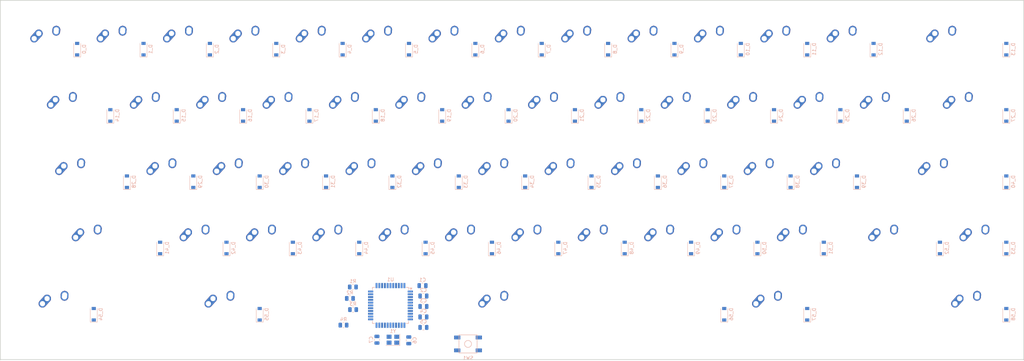
<source format=kicad_pcb>
(kicad_pcb (version 20240108) (generator "pcbnew") (generator_version "8.0")
  (layers (0 "F.Cu" signal) (31 "B.Cu" signal) (34 "B.Paste" user) (35 "F.Paste" user) (36 "B.SilkS" user "B.Silkscreen") (37 "F.SilkS" user "F.Silkscreen") (38 "B.Mask" user) (39 "F.Mask" user) (44 "Edge.Cuts" user))
  (net 0 "")
  (net 1 "col0")
  (net 2 "col1")
  (net 3 "col2")
  (net 4 "col3")
  (net 5 "col4")
  (net 6 "col5")
  (net 7 "col6")
  (net 8 "col7")
  (net 9 "col8")
  (net 10 "col9")
  (net 11 "col10")
  (net 12 "col11")
  (net 13 "col12")
  (net 14 "col13")
  (net 15 "col14")
  (net 16 "row0")
  (net 17 "row1")
  (net 18 "row2")
  (net 19 "row3")
  (net 20 "row4")
  (net 21 "GND")
  (net 22 "Net-(U1-UCAP)")
  (net 23 "+5V")
  (net 24 "Net-(U1-XTAL1)")
  (net 25 "Net-(U1-XTAL2)")
  (net 26 "Net-(D_0-A)")
  (net 27 "Net-(D_1-A)")
  (net 28 "Net-(D_2-A)")
  (net 29 "Net-(D_3-A)")
  (net 30 "Net-(D_4-A)")
  (net 31 "Net-(D_5-A)")
  (net 32 "Net-(D_6-A)")
  (net 33 "Net-(D_7-A)")
  (net 34 "Net-(D_8-A)")
  (net 35 "Net-(D_9-A)")
  (net 36 "Net-(D_10-A)")
  (net 37 "Net-(D_11-A)")
  (net 38 "Net-(D_12-A)")
  (net 39 "Net-(D_13-A)")
  (net 40 "Net-(D_14-A)")
  (net 41 "Net-(D_15-A)")
  (net 42 "Net-(D_16-A)")
  (net 43 "Net-(D_17-A)")
  (net 44 "Net-(D_18-A)")
  (net 45 "Net-(D_19-A)")
  (net 46 "Net-(D_20-A)")
  (net 47 "Net-(D_21-A)")
  (net 48 "Net-(D_22-A)")
  (net 49 "Net-(D_23-A)")
  (net 50 "Net-(D_24-A)")
  (net 51 "Net-(D_25-A)")
  (net 52 "Net-(D_26-A)")
  (net 53 "Net-(D_27-A)")
  (net 54 "Net-(D_28-A)")
  (net 55 "Net-(D_29-A)")
  (net 56 "Net-(D_30-A)")
  (net 57 "Net-(D_31-A)")
  (net 58 "Net-(D_32-A)")
  (net 59 "Net-(D_33-A)")
  (net 60 "Net-(D_34-A)")
  (net 61 "Net-(D_35-A)")
  (net 62 "Net-(D_36-A)")
  (net 63 "Net-(D_37-A)")
  (net 64 "Net-(D_38-A)")
  (net 65 "Net-(D_39-A)")
  (net 66 "Net-(D_40-A)")
  (net 67 "Net-(D_41-A)")
  (net 68 "Net-(D_42-A)")
  (net 69 "Net-(D_43-A)")
  (net 70 "Net-(D_44-A)")
  (net 71 "Net-(D_45-A)")
  (net 72 "Net-(D_46-A)")
  (net 73 "Net-(D_47-A)")
  (net 74 "Net-(D_48-A)")
  (net 75 "Net-(D_49-A)")
  (net 76 "Net-(D_50-A)")
  (net 77 "Net-(D_51-A)")
  (net 78 "Net-(D_52-A)")
  (net 79 "Net-(D_53-A)")
  (net 80 "Net-(D_54-A)")
  (net 81 "Net-(D_55-A)")
  (net 82 "Net-(D_56-A)")
  (net 83 "Net-(D_57-A)")
  (net 84 "Net-(D_58-A)")
  (net 85 "Net-(U1-~{HWB}{slash}PE2)")
  (net 86 "Net-(U1-D+)")
  (net 87 "D+")
  (net 88 "Net-(U1-D-)")
  (net 89 "D-")
  (net 90 "Net-(U1-~{RESET})")
  (footprint "MX_Alps_Hybrid:MX-1U-NoLED" (layer "F.Cu") (at 219.8375 124.5875)
    (property "Reference" "K_47")
    (property "Value" "KEYSW")
    (pad "" np_thru_hole circle (at -5.08 0 48.0996) (size 1.75 1.75) (drill 1.75) (layers "*.Cu" "*.Mask"))
    (pad "" np_thru_hole circle (at 0 0) (size 3.9878 3.9878) (drill 3.9878) (layers "*.Cu" "*.Mask"))
    (pad "" np_thru_hole circle (at 5.08 0 48.0996) (size 1.75 1.75) (drill 1.75) (layers "*.Cu" "*.Mask"))
    (pad "1" thru_hole oval (at -3.81 -2.54 48.0996) (size 4.211556 2.25) (drill 1.47 (offset 0.980778 0)) (layers "*.Cu" "B.Mask") (net 8 "col7"))
    (pad "1" thru_hole circle (at -2.5 -4) (size 2.25 2.25) (drill 1.47) (layers "*.Cu" "B.Mask") (net 8 "col7"))
    (pad "2" thru_hole oval (at 2.5 -4.5 86.0548) (size 2.831378 2.25) (drill 1.47 (offset 0.290689 0)) (layers "*.Cu" "B.Mask") (net 73 "Net-(D_47-A)"))
    (pad "2" thru_hole circle (at 2.54 -5.08) (size 2.25 2.25) (drill 1.47) (layers "*.Cu" "B.Mask") (net 73 "Net-(D_47-A)"))
  )
  (footprint "MX_Alps_Hybrid:MX-1U-NoLED" (layer "F.Cu") (at 196.025 67.4375)
    (property "Reference" "K_6")
    (property "Value" "KEYSW")
    (pad "" np_thru_hole circle (at -5.08 0 48.0996) (size 1.75 1.75) (drill 1.75) (layers "*.Cu" "*.Mask"))
    (pad "" np_thru_hole circle (at 0 0) (size 3.9878 3.9878) (drill 3.9878) (layers "*.Cu" "*.Mask"))
    (pad "" np_thru_hole circle (at 5.08 0 48.0996) (size 1.75 1.75) (drill 1.75) (layers "*.Cu" "*.Mask"))
    (pad "1" thru_hole oval (at -3.81 -2.54 48.0996) (size 4.211556 2.25) (drill 1.47 (offset 0.980778 0)) (layers "*.Cu" "B.Mask") (net 7 "col6"))
    (pad "1" thru_hole circle (at -2.5 -4) (size 2.25 2.25) (drill 1.47) (layers "*.Cu" "B.Mask") (net 7 "col6"))
    (pad "2" thru_hole oval (at 2.5 -4.5 86.0548) (size 2.831378 2.25) (drill 1.47 (offset 0.290689 0)) (layers "*.Cu" "B.Mask") (net 32 "Net-(D_6-A)"))
    (pad "2" thru_hole circle (at 2.54 -5.08) (size 2.25 2.25) (drill 1.47) (layers "*.Cu" "B.Mask") (net 32 "Net-(D_6-A)"))
  )
  (footprint "MX_Alps_Hybrid:MX-1U-NoLED" (layer "F.Cu") (at 319.85 86.4875)
    (property "Reference" "K_26")
    (property "Value" "KEYSW")
    (pad "" np_thru_hole circle (at -5.08 0 48.0996) (size 1.75 1.75) (drill 1.75) (layers "*.Cu" "*.Mask"))
    (pad "" np_thru_hole circle (at 0 0) (size 3.9878 3.9878) (drill 3.9878) (layers "*.Cu" "*.Mask"))
    (pad "" np_thru_hole circle (at 5.08 0 48.0996) (size 1.75 1.75) (drill 1.75) (layers "*.Cu" "*.Mask"))
    (pad "1" thru_hole oval (at -3.81 -2.54 48.0996) (size 4.211556 2.25) (drill 1.47 (offset 0.980778 0)) (layers "*.Cu" "B.Mask") (net 14 "col13"))
    (pad "1" thru_hole circle (at -2.5 -4) (size 2.25 2.25) (drill 1.47) (layers "*.Cu" "B.Mask") (net 14 "col13"))
    (pad "2" thru_hole oval (at 2.5 -4.5 86.0548) (size 2.831378 2.25) (drill 1.47 (offset 0.290689 0)) (layers "*.Cu" "B.Mask") (net 52 "Net-(D_26-A)"))
    (pad "2" thru_hole circle (at 2.54 -5.08) (size 2.25 2.25) (drill 1.47) (layers "*.Cu" "B.Mask") (net 52 "Net-(D_26-A)"))
  )
  (footprint "MX_Alps_Hybrid:MX-1U-NoLED" (layer "F.Cu") (at 110.3 86.4875)
    (property "Reference" "K_15")
    (property "Value" "KEYSW")
    (pad "" np_thru_hole circle (at -5.08 0 48.0996) (size 1.75 1.75) (drill 1.75) (layers "*.Cu" "*.Mask"))
    (pad "" np_thru_hole circle (at 0 0) (size 3.9878 3.9878) (drill 3.9878) (layers "*.Cu" "*.Mask"))
    (pad "" np_thru_hole circle (at 5.08 0 48.0996) (size 1.75 1.75) (drill 1.75) (layers "*.Cu" "*.Mask"))
    (pad "1" thru_hole oval (at -3.81 -2.54 48.0996) (size 4.211556 2.25) (drill 1.47 (offset 0.980778 0)) (layers "*.Cu" "B.Mask") (net 3 "col2"))
    (pad "1" thru_hole circle (at -2.5 -4) (size 2.25 2.25) (drill 1.47) (layers "*.Cu" "B.Mask") (net 3 "col2"))
    (pad "2" thru_hole oval (at 2.5 -4.5 86.0548) (size 2.831378 2.25) (drill 1.47 (offset 0.290689 0)) (layers "*.Cu" "B.Mask") (net 41 "Net-(D_15-A)"))
    (pad "2" thru_hole circle (at 2.54 -5.08) (size 2.25 2.25) (drill 1.47) (layers "*.Cu" "B.Mask") (net 41 "Net-(D_15-A)"))
  )
  (footprint "MX_Alps_Hybrid:MX-1U-NoLED" (layer "F.Cu") (at 181.7375 124.5875)
    (property "Reference" "K_45")
    (property "Value" "KEYSW")
    (pad "" np_thru_hole circle (at -5.08 0 48.0996) (size 1.75 1.75) (drill 1.75) (layers "*.Cu" "*.Mask"))
    (pad "" np_thru_hole circle (at 0 0) (size 3.9878 3.9878) (drill 3.9878) (layers "*.Cu" "*.Mask"))
    (pad "" np_thru_hole circle (at 5.08 0 48.0996) (size 1.75 1.75) (drill 1.75) (layers "*.Cu" "*.Mask"))
    (pad "1" thru_hole oval (at -3.81 -2.54 48.0996) (size 4.211556 2.25) (drill 1.47 (offset 0.980778 0)) (layers "*.Cu" "B.Mask") (net 6 "col5"))
    (pad "1" thru_hole circle (at -2.5 -4) (size 2.25 2.25) (drill 1.47) (layers "*.Cu" "B.Mask") (net 6 "col5"))
    (pad "2" thru_hole oval (at 2.5 -4.5 86.0548) (size 2.831378 2.25) (drill 1.47 (offset 0.290689 0)) (layers "*.Cu" "B.Mask") (net 71 "Net-(D_45-A)"))
    (pad "2" thru_hole circle (at 2.54 -5.08) (size 2.25 2.25) (drill 1.47) (layers "*.Cu" "B.Mask") (net 71 "Net-(D_45-A)"))
  )
  (footprint "MX_Alps_Hybrid:MX-1U-NoLED" (layer "F.Cu") (at 276.9875 124.5875)
    (property "Reference" "K_50")
    (property "Value" "KEYSW")
    (pad "" np_thru_hole circle (at -5.08 0 48.0996) (size 1.75 1.75) (drill 1.75) (layers "*.Cu" "*.Mask"))
    (pad "" np_thru_hole circle (at 0 0) (size 3.9878 3.9878) (drill 3.9878) (layers "*.Cu" "*.Mask"))
    (pad "" np_thru_hole circle (at 5.08 0 48.0996) (size 1.75 1.75) (drill 1.75) (layers "*.Cu" "*.Mask"))
    (pad "1" thru_hole oval (at -3.81 -2.54 48.0996) (size 4.211556 2.25) (drill 1.47 (offset 0.980778 0)) (layers "*.Cu" "B.Mask") (net 11 "col10"))
    (pad "1" thru_hole circle (at -2.5 -4) (size 2.25 2.25) (drill 1.47) (layers "*.Cu" "B.Mask") (net 11 "col10"))
    (pad "2" thru_hole oval (at 2.5 -4.5 86.0548) (size 2.831378 2.25) (drill 1.47 (offset 0.290689 0)) (layers "*.Cu" "B.Mask") (net 76 "Net-(D_50-A)"))
    (pad "2" thru_hole circle (at 2.54 -5.08) (size 2.25 2.25) (drill 1.47) (layers "*.Cu" "B.Mask") (net 76 "Net-(D_50-A)"))
  )
  (footprint "MX_Alps_Hybrid:MX-1U-NoLED" (layer "F.Cu") (at 262.7 86.4875)
    (property "Reference" "K_23")
    (property "Value" "KEYSW")
    (pad "" np_thru_hole circle (at -5.08 0 48.0996) (size 1.75 1.75) (drill 1.75) (layers "*.Cu" "*.Mask"))
    (pad "" np_thru_hole circle (at 0 0) (size 3.9878 3.9878) (drill 3.9878) (layers "*.Cu" "*.Mask"))
    (pad "" np_thru_hole circle (at 5.08 0 48.0996) (size 1.75 1.75) (drill 1.75) (layers "*.Cu" "*.Mask"))
    (pad "1" thru_hole oval (at -3.81 -2.54 48.0996) (size 4.211556 2.25) (drill 1.47 (offset 0.980778 0)) (layers "*.Cu" "B.Mask") (net 11 "col10"))
    (pad "1" thru_hole circle (at -2.5 -4) (size 2.25 2.25) (drill 1.47) (layers "*.Cu" "B.Mask") (net 11 "col10"))
    (pad "2" thru_hole oval (at 2.5 -4.5 86.0548) (size 2.831378 2.25) (drill 1.47 (offset 0.290689 0)) (layers "*.Cu" "B.Mask") (net 49 "Net-(D_23-A)"))
    (pad "2" thru_hole circle (at 2.54 -5.08) (size 2.25 2.25) (drill 1.47) (layers "*.Cu" "B.Mask") (net 49 "Net-(D_23-A)"))
  )
  (footprint "MX_Alps_Hybrid:MX-1U-NoLED" (layer "F.Cu") (at 153.1625 105.5375)
    (property "Reference" "K_31")
    (property "Value" "KEYSW")
    (pad "" np_thru_hole circle (at -5.08 0 48.0996) (size 1.75 1.75) (drill 1.75) (layers "*.Cu" "*.Mask"))
    (pad "" np_thru_hole circle (at 0 0) (size 3.9878 3.9878) (drill 3.9878) (layers "*.Cu" "*.Mask"))
    (pad "" np_thru_hole circle (at 5.08 0 48.0996) (size 1.75 1.75) (drill 1.75) (layers "*.Cu" "*.Mask"))
    (pad "1" thru_hole oval (at -3.81 -2.54 48.0996) (size 4.211556 2.25) (drill 1.47 (offset 0.980778 0)) (layers "*.Cu" "B.Mask") (net 5 "col4"))
    (pad "1" thru_hole circle (at -2.5 -4) (size 2.25 2.25) (drill 1.47) (layers "*.Cu" "B.Mask") (net 5 "col4"))
    (pad "2" thru_hole oval (at 2.5 -4.5 86.0548) (size 2.831378 2.25) (drill 1.47 (offset 0.290689 0)) (layers "*.Cu" "B.Mask") (net 57 "Net-(D_31-A)"))
    (pad "2" thru_hole circle (at 2.54 -5.08) (size 2.25 2.25) (drill 1.47) (layers "*.Cu" "B.Mask") (net 57 "Net-(D_31-A)"))
  )
  (footprint "MX_Alps_Hybrid:MX-1U-NoLED" (layer "F.Cu") (at 138.875 67.4375)
    (property "Reference" "K_3")
    (property "Value" "KEYSW")
    (pad "" np_thru_hole circle (at -5.08 0 48.0996) (size 1.75 1.75) (drill 1.75) (layers "*.Cu" "*.Mask"))
    (pad "" np_thru_hole circle (at 0 0) (size 3.9878 3.9878) (drill 3.9878) (layers "*.Cu" "*.Mask"))
    (pad "" np_thru_hole circle (at 5.08 0 48.0996) (size 1.75 1.75) (drill 1.75) (layers "*.Cu" "*.Mask"))
    (pad "1" thru_hole oval (at -3.81 -2.54 48.0996) (size 4.211556 2.25) (drill 1.47 (offset 0.980778 0)) (layers "*.Cu" "B.Mask") (net 4 "col3"))
    (pad "1" thru_hole circle (at -2.5 -4) (size 2.25 2.25) (drill 1.47) (layers "*.Cu" "B.Mask") (net 4 "col3"))
    (pad "2" thru_hole oval (at 2.5 -4.5 86.0548) (size 2.831378 2.25) (drill 1.47 (offset 0.290689 0)) (layers "*.Cu" "B.Mask") (net 29 "Net-(D_3-A)"))
    (pad "2" thru_hole circle (at 2.54 -5.08) (size 2.25 2.25) (drill 1.47) (layers "*.Cu" "B.Mask") (net 29 "Net-(D_3-A)"))
  )
  (footprint "MX_Alps_Hybrid:MX-2.25U-NoLED" (layer "F.Cu") (at 336.51875 105.5375)
    (property "Reference" "K_40")
    (property "Value" "KEYSW")
    (pad "" np_thru_hole circle (at -11.938 -6.985) (size 3.048 3.048) (drill 3.048) (layers "*.Cu" "*.Mask"))
    (pad "" np_thru_hole circle (at -11.938 8.255) (size 3.9878 3.9878) (drill 3.9878) (layers "*.Cu" "*.Mask"))
    (pad "" np_thru_hole circle (at -5.08 0 48.0996) (size 1.75 1.75) (drill 1.75) (layers "*.Cu" "*.Mask"))
    (pad "" np_thru_hole circle (at 0 0) (size 3.9878 3.9878) (drill 3.9878) (layers "*.Cu" "*.Mask"))
    (pad "" np_thru_hole circle (at 5.08 0 48.0996) (size 1.75 1.75) (drill 1.75) (layers "*.Cu" "*.Mask"))
    (pad "" np_thru_hole circle (at 11.938 -6.985) (size 3.048 3.048) (drill 3.048) (layers "*.Cu" "*.Mask"))
    (pad "" np_thru_hole circle (at 11.938 8.255) (size 3.9878 3.9878) (drill 3.9878) (layers "*.Cu" "*.Mask"))
    (pad "1" thru_hole oval (at -3.81 -2.54 48.0996) (size 4.211556 2.25) (drill 1.47 (offset 0.980778 0)) (layers "*.Cu" "B.Mask") (net 14 "col13"))
    (pad "1" thru_hole circle (at -2.5 -4) (size 2.25 2.25) (drill 1.47) (layers "*.Cu" "B.Mask") (net 14 "col13"))
    (pad "2" thru_hole oval (at 2.5 -4.5 86.0548) (size 2.831378 2.25) (drill 1.47 (offset 0.290689 0)) (layers "*.Cu" "B.Mask") (net 66 "Net-(D_40-A)"))
    (pad "2" thru_hole circle (at 2.54 -5.08) (size 2.25 2.25) (drill 1.47) (layers "*.Cu" "B.Mask") (net 66 "Net-(D_40-A)"))
  )
  (footprint "MX_Alps_Hybrid:MX-2U-NoLED" (layer "F.Cu") (at 338.9 67.4375)
    (property "Reference" "K_13")
    (property "Value" "KEYSW")
    (pad "" np_thru_hole circle (at -11.938 -6.985) (size 3.048 3.048) (drill 3.048) (layers "*.Cu" "*.Mask"))
    (pad "" np_thru_hole circle (at -11.938 8.255) (size 3.9878 3.9878) (drill 3.9878) (layers "*.Cu" "*.Mask"))
    (pad "" np_thru_hole circle (at -5.08 0 48.0996) (size 1.75 1.75) (drill 1.75) (layers "*.Cu" "*.Mask"))
    (pad "" np_thru_hole circle (at 0 0) (size 3.9878 3.9878) (drill 3.9878) (layers "*.Cu" "*.Mask"))
    (pad "" np_thru_hole circle (at 5.08 0 48.0996) (size 1.75 1.75) (drill 1.75) (layers "*.Cu" "*.Mask"))
    (pad "" np_thru_hole circle (at 11.938 -6.985) (size 3.048 3.048) (drill 3.048) (layers "*.Cu" "*.Mask"))
    (pad "" np_thru_hole circle (at 11.938 8.255) (size 3.9878 3.9878) (drill 3.9878) (layers "*.Cu" "*.Mask"))
    (pad "1" thru_hole oval (at -3.81 -2.54 48.0996) (size 4.211556 2.25) (drill 1.47 (offset 0.980778 0)) (layers "*.Cu" "B.Mask") (net 15 "col14"))
    (pad "1" thru_hole circle (at -2.5 -4) (size 2.25 2.25) (drill 1.47) (layers "*.Cu" "B.Mask") (net 15 "col14"))
    (pad "2" thru_hole oval (at 2.5 -4.5 86.0548) (size 2.831378 2.25) (drill 1.47 (offset 0.290689 0)) (layers "*.Cu" "B.Mask") (net 39 "Net-(D_13-A)"))
    (pad "2" thru_hole circle (at 2.54 -5.08) (size 2.25 2.25) (drill 1.47) (layers "*.Cu" "B.Mask") (net 39 "Net-(D_13-A)"))
  )
  (footprint "MX_Alps_Hybrid:MX-1U-NoLED" (layer "F.Cu") (at 143.6375 124.5875)
    (property "Reference" "K_43")
    (property "Value" "KEYSW")
    (pad "" np_thru_hole circle (at -5.08 0 48.0996) (size 1.75 1.75) (drill 1.75) (layers "*.Cu" "*.Mask"))
    (pad "" np_thru_hole circle (at 0 0) (size 3.9878 3.9878) (drill 3.9878) (layers "*.Cu" "*.Mask"))
    (pad "" np_thru_hole circle (at 5.08 0 48.0996) (size 1.75 1.75) (drill 1.75) (layers "*.Cu" "*.Mask"))
    (pad "1" thru_hole oval (at -3.81 -2.54 48.0996) (size 4.211556 2.25) (drill 1.47 (offset 0.980778 0)) (layers "*.Cu" "B.Mask") (net 4 "col3"))
    (pad "1" thru_hole circle (at -2.5 -4) (size 2.25 2.25) (drill 1.47) (layers "*.Cu" "B.Mask") (net 4 "col3"))
    (pad "2" thru_hole oval (at 2.5 -4.5 86.0548) (size 2.831378 2.25) (drill 1.47 (offset 0.290689 0)) (layers "*.Cu" "B.Mask") (net 69 "Net-(D_43-A)"))
    (pad "2" thru_hole circle (at 2.54 -5.08) (size 2.25 2.25) (drill 1.47) (layers "*.Cu" "B.Mask") (net 69 "Net-(D_43-A)"))
  )
  (footprint "MX_Alps_Hybrid:MX-1U-NoLED" (layer "F.Cu") (at 296.0375 124.5875)
    (property "Reference" "K_51")
    (property "Value" "KEYSW")
    (pad "" np_thru_hole circle (at -5.08 0 48.0996) (size 1.75 1.75) (drill 1.75) (layers "*.Cu" "*.Mask"))
    (pad "" np_thru_hole circle (at 0 0) (size 3.9878 3.9878) (drill 3.9878) (layers "*.Cu" "*.Mask"))
    (pad "" np_thru_hole circle (at 5.08 0 48.0996) (size 1.75 1.75) (drill 1.75) (layers "*.Cu" "*.Mask"))
    (pad "1" thru_hole oval (at -3.81 -2.54 48.0996) (size 4.211556 2.25) (drill 1.47 (offset 0.980778 0)) (layers "*.Cu" "B.Mask") (net 12 "col11"))
    (pad "1" thru_hole circle (at -2.5 -4) (size 2.25 2.25) (drill 1.47) (layers "*.Cu" "B.Mask") (net 12 "col11"))
    (pad "2" thru_hole oval (at 2.5 -4.5 86.0548) (size 2.831378 2.25) (drill 1.47 (offset 0.290689 0)) (layers "*.Cu" "B.Mask") (net 77 "Net-(D_51-A)"))
    (pad "2" thru_hole circle (at 2.54 -5.08) (size 2.25 2.25) (drill 1.47) (layers "*.Cu" "B.Mask") (net 77 "Net-(D_51-A)"))
  )
  (footprint "MX_Alps_Hybrid:MX-1U-NoLED" (layer "F.Cu") (at 291.275 67.4375)
    (property "Reference" "K_11")
    (property "Value" "KEYSW")
    (pad "" np_thru_hole circle (at -5.08 0 48.0996) (size 1.75 1.75) (drill 1.75) (layers "*.Cu" "*.Mask"))
    (pad "" np_thru_hole circle (at 0 0) (size 3.9878 3.9878) (drill 3.9878) (layers "*.Cu" "*.Mask"))
    (pad "" np_thru_hole circle (at 5.08 0 48.0996) (size 1.75 1.75) (drill 1.75) (layers "*.Cu" "*.Mask"))
    (pad "1" thru_hole oval (at -3.81 -2.54 48.0996) (size 4.211556 2.25) (drill 1.47 (offset 0.980778 0)) (layers "*.Cu" "B.Mask") (net 12 "col11"))
    (pad "1" thru_hole circle (at -2.5 -4) (size 2.25 2.25) (drill 1.47) (layers "*.Cu" "B.Mask") (net 12 "col11"))
    (pad "2" thru_hole oval (at 2.5 -4.5 86.0548) (size 2.831378 2.25) (drill 1.47 (offset 0.290689 0)) (layers "*.Cu" "B.Mask") (net 37 "Net-(D_11-A)"))
    (pad "2" thru_hole circle (at 2.54 -5.08) (size 2.25 2.25) (drill 1.47) (layers "*.Cu" "B.Mask") (net 37 "Net-(D_11-A)"))
  )
  (footprint "MX_Alps_Hybrid:MX-1U-NoLED" (layer "F.Cu") (at 348.425 124.5875)
    (property "Reference" "K_53")
    (property "Value" "KEYSW")
    (pad "" np_thru_hole circle (at -5.08 0 48.0996) (size 1.75 1.75) (drill 1.75) (layers "*.Cu" "*.Mask"))
    (pad "" np_thru_hole circle (at 0 0) (size 3.9878 3.9878) (drill 3.9878) (layers "*.Cu" "*.Mask"))
    (pad "" np_thru_hole circle (at 5.08 0 48.0996) (size 1.75 1.75) (drill 1.75) (layers "*.Cu" "*.Mask"))
    (pad "1" thru_hole oval (at -3.81 -2.54 48.0996) (size 4.211556 2.25) (drill 1.47 (offset 0.980778 0)) (layers "*.Cu" "B.Mask") (net 15 "col14"))
    (pad "1" thru_hole circle (at -2.5 -4) (size 2.25 2.25) (drill 1.47) (layers "*.Cu" "B.Mask") (net 15 "col14"))
    (pad "2" thru_hole oval (at 2.5 -4.5 86.0548) (size 2.831378 2.25) (drill 1.47 (offset 0.290689 0)) (layers "*.Cu" "B.Mask") (net 79 "Net-(D_53-A)"))
    (pad "2" thru_hole circle (at 2.54 -5.08) (size 2.25 2.25) (drill 1.47) (layers "*.Cu" "B.Mask") (net 79 "Net-(D_53-A)"))
  )
  (footprint "MX_Alps_Hybrid:MX-1U-NoLED" (layer "F.Cu") (at 286.5125 105.5375)
    (property "Reference" "K_38")
    (property "Value" "KEYSW")
    (pad "" np_thru_hole circle (at -5.08 0 48.0996) (size 1.75 1.75) (drill 1.75) (layers "*.Cu" "*.Mask"))
    (pad "" np_thru_hole circle (at 0 0) (size 3.9878 3.9878) (drill 3.9878) (layers "*.Cu" "*.Mask"))
    (pad "" np_thru_hole circle (at 5.08 0 48.0996) (size 1.75 1.75) (drill 1.75) (layers "*.Cu" "*.Mask"))
    (pad "1" thru_hole oval (at -3.81 -2.54 48.0996) (size 4.211556 2.25) (drill 1.47 (offset 0.980778 0)) (layers "*.Cu" "B.Mask") (net 12 "col11"))
    (pad "1" thru_hole circle (at -2.5 -4) (size 2.25 2.25) (drill 1.47) (layers "*.Cu" "B.Mask") (net 12 "col11"))
    (pad "2" thru_hole oval (at 2.5 -4.5 86.0548) (size 2.831378 2.25) (drill 1.47 (offset 0.290689 0)) (layers "*.Cu" "B.Mask") (net 64 "Net-(D_38-A)"))
    (pad "2" thru_hole circle (at 2.54 -5.08) (size 2.25 2.25) (drill 1.47) (layers "*.Cu" "B.Mask") (net 64 "Net-(D_38-A)"))
  )
  (footprint "MX_Alps_Hybrid:MX-1U-NoLED" (layer "F.Cu") (at 238.8875 124.5875)
    (property "Reference" "K_48")
    (property "Value" "KEYSW")
    (pad "" np_thru_hole circle (at -5.08 0 48.0996) (size 1.75 1.75) (drill 1.75) (layers "*.Cu" "*.Mask"))
    (pad "" np_thru_hole circle (at 0 0) (size 3.9878 3.9878) (drill 3.9878) (layers "*.Cu" "*.Mask"))
    (pad "" np_thru_hole circle (at 5.08 0 48.0996) (size 1.75 1.75) (drill 1.75) (layers "*.Cu" "*.Mask"))
    (pad "1" thru_hole oval (at -3.81 -2.54 48.0996) (size 4.211556 2.25) (drill 1.47 (offset 0.980778 0)) (layers "*.Cu" "B.Mask") (net 9 "col8"))
    (pad "1" thru_hole circle (at -2.5 -4) (size 2.25 2.25) (drill 1.47) (layers "*.Cu" "B.Mask") (net 9 "col8"))
    (pad "2" thru_hole oval (at 2.5 -4.5 86.0548) (size 2.831378 2.25) (drill 1.47 (offset 0.290689 0)) (layers "*.Cu" "B.Mask") (net 74 "Net-(D_48-A)"))
    (pad "2" thru_hole circle (at 2.54 -5.08) (size 2.25 2.25) (drill 1.47) (layers "*.Cu" "B.Mask") (net 74 "Net-(D_48-A)"))
  )
  (footprint "MX_Alps_Hybrid:MX-1U-NoLED" (layer "F.Cu") (at 224.6 86.4875)
    (property "Reference" "K_21")
    (property "Value" "KEYSW")
    (pad "" np_thru_hole circle (at -5.08 0 48.0996) (size 1.75 1.75) (drill 1.75) (layers "*.Cu" "*.Mask"))
    (pad "" np_thru_hole circle (at 0 0) (size 3.9878 3.9878) (drill 3.9878) (layers "*.Cu" "*.Mask"))
    (pad "" np_thru_hole circle (at 5.08 0 48.0996) (size 1.75 1.75) (drill 1.75) (layers "*.Cu" "*.Mask"))
    (pad "1" thru_hole oval (at -3.81 -2.54 48.0996) (size 4.211556 2.25) (drill 1.47 (offset 0.980778 0)) (layers "*.Cu" "B.Mask") (net 9 "col8"))
    (pad "1" thru_hole circle (at -2.5 -4) (size 2.25 2.25) (drill 1.47) (layers "*.Cu" "B.Mask") (net 9 "col8"))
    (pad "2" thru_hole oval (at 2.5 -4.5 86.0548) (size 2.831378 2.25) (drill 1.47 (offset 0.290689 0)) (layers "*.Cu" "B.Mask") (net 47 "Net-(D_21-A)"))
    (pad "2" thru_hole circle (at 2.54 -5.08) (size 2.25 2.25) (drill 1.47) (layers "*.Cu" "B.Mask") (net 47 "Net-(D_21-A)"))
  )
  (footprint "MX_Alps_Hybrid:MX-1U-NoLED" (layer "F.Cu") (at 115.0625 105.5375)
    (property "Reference" "K_29")
    (property "Value" "KEYSW")
    (pad "" np_thru_hole circle (at -5.08 0 48.0996) (size 1.75 1.75) (drill 1.75) (layers "*.Cu" "*.Mask"))
    (pad "" np_thru_hole circle (at 0 0) (size 3.9878 3.9878) (drill 3.9878) (layers "*.Cu" "*.Mask"))
    (pad "" np_thru_hole circle (at 5.08 0 48.0996) (size 1.75 1.75) (drill 1.75) (layers "*.Cu" "*.Mask"))
    (pad "1" thru_hole oval (at -3.81 -2.54 48.0996) (size 4.211556 2.25) (drill 1.47 (offset 0.980778 0)) (layers "*.Cu" "B.Mask") (net 3 "col2"))
    (pad "1" thru_hole circle (at -2.5 -4) (size 2.25 2.25) (drill 1.47) (layers "*.Cu" "B.Mask") (net 3 "col2"))
    (pad "2" thru_hole oval (at 2.5 -4.5 86.0548) (size 2.831378 2.25) (drill 1.47 (offset 0.290689 0)) (layers "*.Cu" "B.Mask") (net 55 "Net-(D_29-A)"))
    (pad "2" thru_hole circle (at 2.54 -5.08) (size 2.25 2.25) (drill 1.47) (layers "*.Cu" "B.Mask") (net 55 "Net-(D_29-A)"))
  )
  (footprint "MX_Alps_Hybrid:MX-1U-NoLED" (layer "F.Cu") (at 119.825 67.4375)
    (property "Reference" "K_2")
    (property "Value" "KEYSW")
    (pad "" np_thru_hole circle (at -5.08 0 48.0996) (size 1.75 1.75) (drill 1.75) (layers "*.Cu" "*.Mask"))
    (pad "" np_thru_hole circle (at 0 0) (size 3.9878 3.9878) (drill 3.9878) (layers "*.Cu" "*.Mask"))
    (pad "" np_thru_hole circle (at 5.08 0 48.0996) (size 1.75 1.75) (drill 1.75) (layers "*.Cu" "*.Mask"))
    (pad "1" thru_hole oval (at -3.81 -2.54 48.0996) (size 4.211556 2.25) (drill 1.47 (offset 0.980778 0)) (layers "*.Cu" "B.Mask") (net 3 "col2"))
    (pad "1" thru_hole circle (at -2.5 -4) (size 2.25 2.25) (drill 1.47) (layers "*.Cu" "B.Mask") (net 3 "col2"))
    (pad "2" thru_hole oval (at 2.5 -4.5 86.0548) (size 2.831378 2.25) (drill 1.47 (offset 0.290689 0)) (layers "*.Cu" "B.Mask") (net 28 "Net-(D_2-A)"))
    (pad "2" thru_hole circle (at 2.54 -5.08) (size 2.25 2.25) (drill 1.47) (layers "*.Cu" "B.Mask") (net 28 "Net-(D_2-A)"))
  )
  (footprint "MX_Alps_Hybrid:MX-1U-NoLED" (layer "F.Cu") (at 281.75 86.4875)
    (property "Reference" "K_24")
    (property "Value" "KEYSW")
    (pad "" np_thru_hole circle (at -5.08 0 48.0996) (size 1.75 1.75) (drill 1.75) (layers "*.Cu" "*.Mask"))
    (pad "" np_thru_hole circle (at 0 0) (size 3.9878 3.9878) (drill 3.9878) (layers "*.Cu" "*.Mask"))
    (pad "" np_thru_hole circle (at 5.08 0 48.0996) (size 1.75 1.75) (drill 1.75) (layers "*.Cu" "*.Mask"))
    (pad "1" thru_hole oval (at -3.81 -2.54 48.0996) (size 4.211556 2.25) (drill 1.47 (offset 0.980778 0)) (layers "*.Cu" "B.Mask") (net 12 "col11"))
    (pad "1" thru_hole circle (at -2.5 -4) (size 2.25 2.25) (drill 1.47) (layers "*.Cu" "B.Mask") (net 12 "col11"))
    (pad "2" thru_hole oval (at 2.5 -4.5 86.0548) (size 2.831378 2.25) (drill 1.47 (offset 0.290689 0)) (layers "*.Cu" "B.Mask") (net 50 "Net-(D_24-A)"))
    (pad "2" thru_hole circle (at 2.54 -5.08) (size 2.25 2.25) (drill 1.47) (layers "*.Cu" "B.Mask") (net 50 "Net-(D_24-A)"))
  )
  (footprint "MX_Alps_Hybrid:MX-1U-NoLED" (layer "F.Cu") (at 205.55 86.4875)
    (property "Reference" "K_20")
    (property "Value" "KEYSW")
    (pad "" np_thru_hole circle (at -5.08 0 48.0996) (size 1.75 1.75) (drill 1.75) (layers "*.Cu" "*.Mask"))
    (pad "" np_thru_hole circle (at 0 0) (size 3.9878 3.9878) (drill 3.9878) (layers "*.Cu" "*.Mask"))
    (pad "" np_thru_hole circle (at 5.08 0 48.0996) (size 1.75 1.75) (drill 1.75) (layers "*.Cu" "*.Mask"))
    (pad "1" thru_hole oval (at -3.81 -2.54 48.0996) (size 4.211556 2.25) (drill 1.47 (offset 0.980778 0)) (layers "*.Cu" "B.Mask") (net 8 "col7"))
    (pad "1" thru_hole circle (at -2.5 -4) (size 2.25 2.25) (drill 1.47) (layers "*.Cu" "B.Mask") (net 8 "col7"))
    (pad "2" thru_hole oval (at 2.5 -4.5 86.0548) (size 2.831378 2.25) (drill 1.47 (offset 0.290689 0)) (layers "*.Cu" "B.Mask") (net 46 "Net-(D_20-A)"))
    (pad "2" thru_hole circle (at 2.54 -5.08) (size 2.25 2.25) (drill 1.47) (layers "*.Cu" "B.Mask") (net 46 "Net-(D_20-A)"))
  )
  (footprint "MX_Alps_Hybrid:MX-1U-NoLED" (layer "F.Cu") (at 272.225 67.4375)
    (property "Reference" "K_10")
    (property "Value" "KEYSW")
    (pad "" np_thru_hole circle (at -5.08 0 48.0996) (size 1.75 1.75) (drill 1.75) (layers "*.Cu" "*.Mask"))
    (pad "" np_thru_hole circle (at 0 0) (size 3.9878 3.9878) (drill 3.9878) (layers "*.Cu" "*.Mask"))
    (pad "" np_thru_hole circle (at 5.08 0 48.0996) (size 1.75 1.75) (drill 1.75) (layers "*.Cu" "*.Mask"))
    (pad "1" thru_hole oval (at -3.81 -2.54 48.0996) (size 4.211556 2.25) (drill 1.47 (offset 0.980778 0)) (layers "*.Cu" "B.Mask") (net 11 "col10"))
    (pad "1" thru_hole circle (at -2.5 -4) (size 2.25 2.25) (drill 1.47) (layers "*.Cu" "B.Mask") (net 11 "col10"))
    (pad "2" thru_hole oval (at 2.5 -4.5 86.0548) (size 2.831378 2.25) (drill 1.47 (offset 0.290689 0)) (layers "*.Cu" "B.Mask") (net 36 "Net-(D_10-A)"))
    (pad "2" thru_hole circle (at 2.54 -5.08) (size 2.25 2.25) (drill 1.47) (layers "*.Cu" "B.Mask") (net 36 "Net-(D_10-A)"))
  )
  (footprint "MX_Alps_Hybrid:MX-1U-NoLED" (layer "F.Cu") (at 100.775 67.4375)
    (property "Reference" "K_1")
    (property "Value" "KEYSW")
    (pad "" np_thru_hole circle (at -5.08 0 48.0996) (size 1.75 1.75) (drill 1.75) (layers "*.Cu" "*.Mask"))
    (pad "" np_thru_hole circle (at 0 0) (size 3.9878 3.9878) (drill 3.9878) (layers "*.Cu" "*.Mask"))
    (pad "" np_thru_hole circle (at 5.08 0 48.0996) (size 1.75 1.75) (drill 1.75) (layers "*.Cu" "*.Mask"))
    (pad "1" thru_hole oval (at -3.81 -2.54 48.0996) (size 4.211556 2.25) (drill 1.47 (offset 0.980778 0)) (layers "*.Cu" "B.Mask") (net 2 "col1"))
    (pad "1" thru_hole circle (at -2.5 -4) (size 2.25 2.25) (drill 1.47) (layers "*.Cu" "B.Mask") (net 2 "col1"))
    (pad "2" thru_hole oval (at 2.5 -4.5 86.0548) (size 2.831378 2.25) (drill 1.47 (offset 0.290689 0)) (layers "*.Cu" "B.Mask") (net 27 "Net-(D_1-A)"))
    (pad "2" thru_hole circle (at 2.54 -5.08) (size 2.25 2.25) (drill 1.47) (layers "*.Cu" "B.Mask") (net 27 "Net-(D_1-A)"))
  )
  (footprint "MX_Alps_Hybrid:MX-1.75U-NoLED" (layer "F.Cu") (at 322.23125 124.5875)
    (property "Reference" "K_52")
    (property "Value" "KEYSW")
    (pad "" np_thru_hole circle (at -5.08 0 48.0996) (size 1.75 1.75) (drill 1.75) (layers "*.Cu" "*.Mask"))
    (pad "" np_thru_hole circle (at 0 0) (size 3.9878 3.9878) (drill 3.9878) (layers "*.Cu" "*.Mask"))
    (pad "" np_thru_hole circle (at 5.08 0 48.0996) (size 1.75 1.75) (drill 1.75) (layers "*.Cu" "*.Mask"))
    (pad "1" thru_hole oval (at -3.81 -2.54 48.0996) (size 4.211556 2.25) (drill 1.47 (offset 0.980778 0)) (layers "*.Cu" "B.Mask") (net 14 "col13"))
    (pad "1" thru_hole circle (at -2.5 -4) (size 2.25 2.25) (drill 1.47) (layers "*.Cu" "B.Mask") (net 14 "col13"))
    (pad "2" thru_hole oval (at 2.5 -4.5 86.0548) (size 2.831378 2.25) (drill 1.47 (offset 0.290689 0)) (layers "*.Cu" "B.Mask") (net 78 "Net-(D_52-A)"))
    (pad "2" thru_hole circle (at 2.54 -5.08) (size 2.25 2.25) (drill 1.47) (layers "*.Cu" "B.Mask") (net 78 "Net-(D_52-A)"))
  )
  (footprint "MX_Alps_Hybrid:MX-1U-NoLED" (layer "F.Cu") (at 215.075 67.4375)
    (property "Reference" "K_7")
    (property "Value" "KEYSW")
    (pad "" np_thru_hole circle (at -5.08 0 48.0996) (size 1.75 1.75) (drill 1.75) (layers "*.Cu" "*.Mask"))
    (pad "" np_thru_hole circle (at 0 0) (size 3.9878 3.9878) (drill 3.9878) (layers "*.Cu" "*.Mask"))
    (pad "" np_thru_hole circle (at 5.08 0 48.0996) (size 1.75 1.75) (drill 1.75) (layers "*.Cu" "*.Mask"))
    (pad "1" thru_hole oval (at -3.81 -2.54 48.0996) (size 4.211556 2.25) (drill 1.47 (offset 0.980778 0)) (layers "*.Cu" "B.Mask") (net 8 "col7"))
    (pad "1" thru_hole circle (at -2.5 -4) (size 2.25 2.25) (drill 1.47) (layers "*.Cu" "B.Mask") (net 8 "col7"))
    (pad "2" thru_hole oval (at 2.5 -4.5 86.0548) (size 2.831378 2.25) (drill 1.47 (offset 0.290689 0)) (layers "*.Cu" "B.Mask") (net 33 "Net-(D_7-A)"))
    (pad "2" thru_hole circle (at 2.54 -5.08) (size 2.25 2.25) (drill 1.47) (layers "*.Cu" "B.Mask") (net 33 "Net-(D_7-A)"))
  )
  (footprint "MX_Alps_Hybrid:MX-1U-NoLED" (layer "F.Cu") (at 257.9375 124.5875)
    (property "Reference" "K_49")
    (property "Value" "KEYSW")
    (pad "" np_thru_hole circle (at -5.08 0 48.0996) (size 1.75 1.75) (drill 1.75) (layers "*.Cu" "*.Mask"))
    (pad "" np_thru_hole circle (at 0 0) (size 3.9878 3.9878) (drill 3.9878) (layers "*.Cu" "*.Mask"))
    (pad "" np_thru_hole circle (at 5.08 0 48.0996) (size 1.75 1.75) (drill 1.75) (layers "*.Cu" "*.Mask"))
    (pad "1" thru_hole oval (at -3.81 -2.54 48.0996) (size 4.211556 2.25) (drill 1.47 (offset 0.980778 0)) (layers "*.Cu" "B.Mask") (net 10 "col9"))
    (pad "1" thru_hole circle (at -2.5 -4) (size 2.25 2.25) (drill 1.47) (layers "*.Cu" "B.Mask") (net 10 "col9"))
    (pad "2" thru_hole oval (at 2.5 -4.5 86.0548) (size 2.831378 2.25) (drill 1.47 (offset 0.290689 0)) (layers "*.Cu" "B.Mask") (net 75 "Net-(D_49-A)"))
    (pad "2" thru_hole circle (at 2.54 -5.08) (size 2.25 2.25) (drill 1.47) (layers "*.Cu" "B.Mask") (net 75 "Net-(D_49-A)"))
  )
  (footprint "MX_Alps_Hybrid:MX-1U-NoLED" (layer "F.Cu") (at 200.7875 124.5875)
    (property "Reference" "K_46")
    (property "Value" "KEYSW")
    (pad "" np_thru_hole circle (at -5.08 0 48.0996) (size 1.75 1.75) (drill 1.75) (layers "*.Cu" "*.Mask"))
    (pad "" np_thru_hole circle (at 0 0) (size 3.9878 3.9878) (drill 3.9878) (layers "*.Cu" "*.Mask"))
    (pad "" np_thru_hole circle (at 5.08 0 48.0996) (size 1.75 1.75) (drill 1.75) (layers "*.Cu" "*.Mask"))
    (pad "1" thru_hole oval (at -3.81 -2.54 48.0996) (size 4.211556 2.25) (drill 1.47 (offset 0.980778 0)) (layers "*.Cu" "B.Mask") (net 7 "col6"))
    (pad "1" thru_hole circle (at -2.5 -4) (size 2.25 2.25) (drill 1.47) (layers "*.Cu" "B.Mask") (net 7 "col6"))
    (pad "2" thru_hole oval (at 2.5 -4.5 86.0548) (size 2.831378 2.25) (drill 1.47 (offset 0.290689 0)) (layers "*.Cu" "B.Mask") (net 72 "Net-(D_46-A)"))
    (pad "2" thru_hole circle (at 2.54 -5.08) (size 2.25 2.25) (drill 1.47) (layers "*.Cu" "B.Mask") (net 72 "Net-(D_46-A)"))
  )
  (footprint "MX_Alps_Hybrid:MX-1U-NoLED" (layer "F.Cu") (at 157.925 67.4375)
    (property "Reference" "K_4")
    (property "Value" "KEYSW")
    (pad "" np_thru_hole circle (at -5.08 0 48.0996) (size 1.75 1.75) (drill 1.75) (layers "*.Cu" "*.Mask"))
    (pad "" np_thru_hole circle (at 0 0) (size 3.9878 3.9878) (drill 3.9878) (layers "*.Cu" "*.Mask"))
    (pad "" np_thru_hole circle (at 5.08 0 48.0996) (size 1.75 1.75) (drill 1.75) (layers "*.Cu" "*.Mask"))
    (pad "1" thru_hole oval (at -3.81 -2.54 48.0996) (size 4.211556 2.25) (drill 1.47 (offset 0.980778 0)) (layers "*.Cu" "B.Mask") (net 5 "col4"))
    (pad "1" thru_hole circle (at -2.5 -4) (size 2.25 2.25) (drill 1.47) (layers "*.Cu" "B.Mask") (net 5 "col4"))
    (pad "2" thru_hole oval (at 2.5 -4.5 86.0548) (size 2.831378 2.25) (drill 1.47 (offset 0.290689 0)) (layers "*.Cu" "B.Mask") (net 30 "Net-(D_4-A)"))
    (pad "2" thru_hole circle (at 2.54 -5.08) (size 2.25 2.25) (drill 1.47) (layers "*.Cu" "B.Mask") (net 30 "Net-(D_4-A)"))
  )
  (footprint "MX_Alps_Hybrid:MX-1U-NoLED" (layer "F.Cu") (at 243.65 86.4875)
    (property "Reference" "K_22")
    (property "Value" "KEYSW")
    (pad "" np_thru_hole circle (at -5.08 0 48.0996) (size 1.75 1.75) (drill 1.75) (layers "*.Cu" "*.Mask"))
    (pad "" np_thru_hole circle (at 0 0) (size 3.9878 3.9878) (drill 3.9878) (layers "*.Cu" "*.Mask"))
    (pad "" np_thru_hole circle (at 5.08 0 48.0996) (size 1.75 1.75) (drill 1.75) (layers "*.Cu" "*.Mask"))
    (pad "1" thru_hole oval (at -3.81 -2.54 48.0996) (size 4.211556 2.25) (drill 1.47 (offset 0.980778 0)) (layers "*.Cu" "B.Mask") (net 10 "col9"))
    (pad "1" thru_hole circle (at -2.5 -4) (size 2.25 2.25) (drill 1.47) (layers "*.Cu" "B.Mask") (net 10 "col9"))
    (pad "2" thru_hole oval (at 2.5 -4.5 86.0548) (size 2.831378 2.25) (drill 1.47 (offset 0.290689 0)) (layers "*.Cu" "B.Mask") (net 48 "Net-(D_22-A)"))
    (pad "2" thru_hole circle (at 2.54 -5.08) (size 2.25 2.25) (drill 1.47) (layers "*.Cu" "B.Mask") (net 48 "Net-(D_22-A)"))
  )
  (footprint "MX_Alps_Hybrid:MX-1U-NoLED" (layer "F.Cu") (at 300.8 86.4875)
    (property "Reference" "K_25")
    (property "Value" "KEYSW")
    (pad "" np_thru_hole circle (at -5.08 0 48.0996) (size 1.75 1.75) (drill 1.75) (layers "*.Cu" "*.Mask"))
    (pad "" np_thru_hole circle (at 0 0) (size 3.9878 3.9878) (drill 3.9878) (layers "*.Cu" "*.Mask"))
    (pad "" np_thru_hole circle (at 5.08 0 48.0996) (size 1.75 1.75) (drill 1.75) (layers "*.Cu" "*.Mask"))
    (pad "1" thru_hole oval (at -3.81 -2.54 48.0996) (size 4.211556 2.25) (drill 1.47 (offset 0.980778 0)) (layers "*.Cu" "B.Mask") (net 13 "col12"))
    (pad "1" thru_hole circle (at -2.5 -4) (size 2.25 2.25) (drill 1.47) (layers "*.Cu" "B.Mask") (net 13 "col12"))
    (pad "2" thru_hole oval (at 2.5 -4.5 86.0548) (size 2.831378 2.25) (drill 1.47 (offset 0.290689 0)) (layers "*.Cu" "B.Mask") (net 51 "Net-(D_25-A)"))
    (pad "2" thru_hole circle (at 2.54 -5.08) (size 2.25 2.25) (drill 1.47) (layers "*.Cu" "B.Mask") (net 51 "Net-(D_25-A)"))
  )
  (footprint "MX_Alps_Hybrid:MX-1U-NoLED" (layer "F.Cu") (at 267.4625 105.5375)
    (property "Reference" "K_37")
    (property "Value" "KEYSW")
    (pad "" np_thru_hole circle (at -5.08 0 48.0996) (size 1.75 1.75) (drill 1.75) (layers "*.Cu" "*.Mask"))
    (pad "" np_thru_hole circle (at 0 0) (size 3.9878 3.9878) (drill 3.9878) (layers "*.Cu" "*.Mask"))
    (pad "" np_thru_hole circle (at 5.08 0 48.0996) (size 1.75 1.75) (drill 1.75) (layers "*.Cu" "*.Mask"))
    (pad "1" thru_hole oval (at -3.81 -2.54 48.0996) (size 4.211556 2.25) (drill 1.47 (offset 0.980778 0)) (layers "*.Cu" "B.Mask") (net 11 "col10"))
    (pad "1" thru_hole circle (at -2.5 -4) (size 2.25 2.25) (drill 1.47) (layers "*.Cu" "B.Mask") (net 11 "col10"))
    (pad "2" thru_hole oval (at 2.5 -4.5 86.0548) (size 2.831378 2.25) (drill 1.47 (offset 0.290689 0)) (layers "*.Cu" "B.Mask") (net 63 "Net-(D_37-A)"))
    (pad "2" thru_hole circle (at 2.54 -5.08) (size 2.25 2.25) (drill 1.47) (layers "*.Cu" "B.Mask") (net 63 "Net-(D_37-A)"))
  )
  (footprint "MX_Alps_Hybrid:MX-7U-NoLED" (layer "F.Cu") (at 210.3125 143.6375)
    (property "Reference" "K_56")
    (property "Value" "KEYSW")
    (pad "" np_thru_hole circle (at -57.15 -6.985) (size 3.048 3.048) (drill 3.048) (layers "*.Cu" "*.Mask"))
    (pad "" np_thru_hole circle (at -57.15 8.255) (size 3.9878 3.9878) (drill 3.9878) (layers "*.Cu" "*.Mask"))
    (pad "" np_thru_hole circle (at -5.08 0 48.0996) (size 1.75 1.75) (drill 1.75) (layers "*.Cu" "*.Mask"))
    (pad "" np_thru_hole circle (at 0 0) (size 3.9878 3.9878) (drill 3.9878) (layers "*.Cu" "*.Mask"))
    (pad "" np_thru_hole circle (at 5.08 0 48.0996) (size 1.75 1.75) (drill 1.75) (layers "*.Cu" "*.Mask"))
    (pad "" np_thru_hole circle (at 57.15 -6.985) (size 3.048 3.048) (drill 3.048) (layers "*.Cu" "*.Mask"))
    (pad "" np_thru_hole circle (at 57.15 8.255) (size 3.9878 3.9878) (drill 3.9878) (layers "*.Cu" "*.Mask"))
    (pad "1" thru_hole oval (at -3.81 -2.54 48.0996) (size 4.211556 2.25) (drill 1.47 (offset 0.980778 0)) (layers "*.Cu" "B.Mask") (net 8 "col7"))
    (pad "1" thru_hole circle (at -2.5 -4) (size 2.25 2.25) (drill 1.47) (layers "*.Cu" "B.Mask") (net 8 "col7"))
    (pad "2" thru_hole oval (at 2.5 -4.5 86.0548) (size 2.831378 2.25) (drill 1.47 (offset 0.290689 0)) (layers "*.Cu" "B.Mask") (net 82 "Net-(D_56-A)"))
    (pad "2" thru_hole circle (at 2.54 -5.08) (size 2.25 2.25) (drill 1.47) (layers "*.Cu" "B.Mask") (net 82 "Net-(D_56-A)"))
  )
  (footprint "MX_Alps_Hybrid:MX-1U-NoLED" (layer "F.Cu") (at 210.3125 105.5375)
    (property "Reference" "K_34")
    (property "Value" "KEYSW")
    (pad "" np_thru_hole circle (at -5.08 0 48.0996) (size 1.75 1.75) (drill 1.75) (layers "*.Cu" "*.Mask"))
    (pad "" np_thru_hole circle (at 0 0) (size 3.9878 3.9878) (drill 3.9878) (layers "*.Cu" "*.Mask"))
    (pad "" np_thru_hole circle (at 5.08 0 48.0996) (size 1.75 1.75) (drill 1.75) (layers "*.Cu" "*.Mask"))
    (pad "1" thru_hole oval (at -3.81 -2.54 48.0996) (size 4.211556 2.25) (drill 1.47 (offset 0.980778 0)) (layers "*.Cu" "B.Mask") (net 8 "col7"))
    (pad "1" thru_hole circle (at -2.5 -4) (size 2.25 2.25) (drill 1.47) (layers "*.Cu" "B.Mask") (net 8 "col7"))
    (pad "2" thru_hole oval (at 2.5 -4.5 86.0548) (size 2.831378 2.25) (drill 1.47 (offset 0.290689 0)) (layers "*.Cu" "B.Mask") (net 60 "Net-(D_34-A)"))
    (pad "2" thru_hole circle (at 2.54 -5.08) (size 2.25 2.25) (drill 1.47) (layers "*.Cu" "B.Mask") (net 60 "Net-(D_34-A)"))
  )
  (footprint "MX_Alps_Hybrid:MX-1U-NoLED" (layer "F.Cu") (at 186.5 86.4875)
    (property "Reference" "K_19")
    (property "Value" "KEYSW")
    (pad "" np_thru_hole circle (at -5.08 0 48.0996) (size 1.75 1.75) (drill 1.75) (layers "*.Cu" "*.Mask"))
    (pad "" np_thru_hole circle (at 0 0) (size 3.9878 3.9878) (drill 3.9878) (layers "*.Cu" "*.Mask"))
    (pad "" np_thru_hole circle (at 5.08 0 48.0996) (size 1.75 1.75) (drill 1.75) (layers "*.Cu" "*.Mask"))
    (pad "1" thru_hole oval (at -3.81 -2.54 48.0996) (size 4.211556 2.25) (drill 1.47 (offset 0.980778 0)) (layers "*.Cu" "B.Mask") (net 7 "col6"))
    (pad "1" thru_hole circle (at -2.5 -4) (size 2.25 2.25) (drill 1.47) (layers "*.Cu" "B.Mask") (net 7 "col6"))
    (pad "2" thru_hole oval (at 2.5 -4.5 86.0548) (size 2.831378 2.25) (drill 1.47 (offset 0.290689 0)) (layers "*.Cu" "B.Mask") (net 45 "Net-(D_19-A)"))
    (pad "2" thru_hole circle (at 2.54 -5.08) (size 2.25 2.25) (drill 1.47) (layers "*.Cu" "B.Mask") (net 45 "Net-(D_19-A)"))
  )
  (footprint "MX_Alps_Hybrid:MX-1.25U-NoLED" (layer "F.Cu") (at 84.10625 143.6375)
    (property "Reference" "K_54")
    (property "Value" "KEYSW")
    (pad "" np_thru_hole circle (at -5.08 0 48.0996) (size 1.75 1.75) (drill 1.75) (layers "*.Cu" "*.Mask"))
    (pad "" np_thru_hole circle (at 0 0) (size 3.9878 3.9878) (drill 3.9878) (layers "*.Cu" "*.Mask"))
    (pad "" np_thru_hole circle (at 5.08 0 48.0996) (size 1.75 1.75) (drill 1.75) (layers "*.Cu" "*.Mask"))
    (pad "1" thru_hole oval (at -3.81 -2.54 48.0996) (size 4.211556 2.25) (drill 1.47 (offset 0.980778 0)) (layers "*.Cu" "B.Mask") (net 1 "col0"))
    (pad "1" thru_hole circle (at -2.5 -4) (size 2.25 2.25) (drill 1.47) (layers "*.Cu" "B.Mask") (net 1 "col0"))
    (pad "2" thru_hole oval (at 2.5 -4.5 86.0548) (size 2.831378 2.25) (drill 1.47 (offset 0.290689 0)) (layers "*.Cu" "B.Mask") (net 80 "Net-(D_54-A)"))
    (pad "2" thru_hole circle (at 2.54 -5.08) (size 2.25 2.25) (drill 1.47) (layers "*.Cu" "B.Mask") (net 80 "Net-(D_54-A)"))
  )
  (footprint "MX_Alps_Hybrid:MX-1U-NoLED" (layer "F.Cu") (at 124.5875 124.5875)
    (property "Reference" "K_42")
    (property "Value" "KEYSW")
    (pad "" np_thru_hole circle (at -5.08 0 48.0996) (size 1.75 1.75) (drill 1.75) (layers "*.Cu" "*.Mask"))
    (pad "" np_thru_hole circle (at 0 0) (size 3.9878 3.9878) (drill 3.9878) (layers "*.Cu" "*.Mask"))
    (pad "" np_thru_hole circle (at 5.08 0 48.0996) (size 1.75 1.75) (drill 1.75) (layers "*.Cu" "*.Mask"))
    (pad "1" thru_hole oval (at -3.81 -2.54 48.0996) (size 4.211556 2.25) (drill 1.47 (offset 0.980778 0)) (layers "*.Cu" "B.Mask") (net 3 "col2"))
    (pad "1" thru_hole circle (at -2.5 -4) (size 2.25 2.25) (drill 1.47) (layers "*.Cu" "B.Mask") (net 3 "col2"))
    (pad "2" thru_hole oval (at 2.5 -4.5 86.0548) (size 2.831378 2.25) (drill 1.47 (offset 0.290689 0)) (layers "*.Cu" "B.Mask") (net 68 "Net-(D_42-A)"))
    (pad "2" thru_hole circle (at 2.54 -5.08) (size 2.25 2.25) (drill 1.47) (layers "*.Cu" "B.Mask") (net 68 "Net-(D_42-A)"))
  )
  (footprint "MX_Alps_Hybrid:MX-1U-NoLED" (layer "F.Cu") (at 310.325 67.4375)
    (property "Reference" "K_12")
    (property "Value" "KEYSW")
    (pad "" np_thru_hole circle (at -5.08 0 48.0996) (size 1.75 1.75) (drill 1.75) (layers "*.Cu" "*.Mask"))
    (pad "" np_thru_hole circle (at 0 0) (size 3.9878 3.9878) (drill 3.9878) (layers "*.Cu" "*.Mask"))
    (pad "" np_thru_hole circle (at 5.08 0 48.0996) (size 1.75 1.75) (drill 1.75) (layers "*.Cu" "*.Mask"))
    (pad "1" thru_hole oval (at -3.81 -2.54 48.0996) (size 4.211556 2.25) (drill 1.47 (offset 0.980778 0)) (layers "*.Cu" "B.Mask") (net 13 "col12"))
    (pad "1" thru_hole circle (at -2.5 -4) (size 2.25 2.25) (drill 1.47) (layers "*.Cu" "B.Mask") (net 13 "col12"))
    (pad "2" thru_hole oval (at 2.5 -4.5 86.0548) (size 2.831378 2.25) (drill 1.47 (offset 0.290689 0)) (layers "*.Cu" "B.Mask") (net 38 "Net-(D_12-A)"))
    (pad "2" thru_hole circle (at 2.54 -5.08) (size 2.25 2.25) (drill 1.47) (layers "*.Cu" "B.Mask") (net 38 "Net-(D_12-A)"))
  )
  (footprint "MX_Alps_Hybrid:MX-1.25U-NoLED" (layer "F.Cu") (at 288.89375 143.6375)
    (property "Reference" "K_57")
    (property "Value" "KEYSW")
    (pad "" np_thru_hole circle (at -5.08 0 48.0996) (size 1.75 1.75) (drill 1.75) (layers "*.Cu" "*.Mask"))
    (pad "" np_thru_hole circle (at 0 0) (size 3.9878 3.9878) (drill 3.9878) (layers "*.Cu" "*.Mask"))
    (pad "" np_thru_hole circle (at 5.08 0 48.0996) (size 1.75 1.75) (drill 1.75) (layers "*.Cu" "*.Mask"))
    (pad "1" thru_hole oval (at -3.81 -2.54 48.0996) (size 4.211556 2.25) (drill 1.47 (offset 0.980778 0)) (layers "*.Cu" "B.Mask") (net 12 "col11"))
    (pad "1" thru_hole circle (at -2.5 -4) (size 2.25 2.25) (drill 1.47) (layers "*.Cu" "B.Mask") (net 12 "col11"))
    (pad "2" thru_hole oval (at 2.5 -4.5 86.0548) (size 2.831378 2.25) (drill 1.47 (offset 0.290689 0)) (layers "*.Cu" "B.Mask") (net 83 "Net-(D_57-A)"))
    (pad "2" thru_hole circle (at 2.54 -5.08) (size 2.25 2.25) (drill 1.47) (layers "*.Cu" "B.Mask") (net 83 "Net-(D_57-A)"))
  )
  (footprint "MX_Alps_Hybrid:MX-1.75U-NoLED" (layer "F.Cu") (at 88.86875 105.5375)
    (property "Reference" "K_28")
    (property "Value" "KEYSW")
    (pad "" np_thru_hole circle (at -5.08 0 48.0996) (size 1.75 1.75) (drill 1.75) (layers "*.Cu" "*.Mask"))
    (pad "" np_thru_hole circle (at 0 0) (size 3.9878 3.9878) (drill 3.9878) (layers "*.Cu" "*.Mask"))
    (pad "" np_thru_hole circle (at 5.08 0 48.0996) (size 1.75 1.75) (drill 1.75) (layers "*.Cu" "*.Mask"))
    (pad "1" thru_hole oval (at -3.81 -2.54 48.0996) (size 4.211556 2.25) (drill 1.47 (offset 0.980778 0)) (layers "*.Cu" "B.Mask") (net 1 "col0"))
    (pad "1" thru_hole circle (at -2.5 -4) (size 2.25 2.25) (drill 1.47) (layers "*.Cu" "B.Mask") (net 1 "col0"))
    (pad "2" thru_hole oval (at 2.5 -4.5 86.0548) (size 2.831378 2.25) (drill 1.47 (offset 0.290689 0)) (layers "*.Cu" "B.Mask") (net 54 "Net-(D_28-A)"))
    (pad "2" thru_hole circle (at 2.54 -5.08) (size 2.25 2.25) (drill 1.47) (layers "*.Cu" "B.Mask") (net 54 "Net-(D_28-A)"))
  )
  (footprint "MX_Alps_Hybrid:MX-1.5U-NoLED" (layer "F.Cu") (at 86.4875 86.4875)
    (property "Reference" "K_14")
    (property "Value" "KEYSW")
    (pad "" np_thru_hole circle (at -5.08 0 48.0996) (size 1.75 1.75) (drill 1.75) (layers "*.Cu" "*.Mask"))
    (pad "" np_thru_hole circle (at 0 0) (size 3.9878 3.9878) (drill 3.9878) (layers "*.Cu" "*.Mask"))
    (pad "" np_thru_hole circle (at 5.08 0 48.0996) (size 1.75 1.75) (drill 1.75) (layers "*.Cu" "*.Mask"))
    (pad "1" thru_hole oval (at -3.81 -2.54 48.0996) (size 4.211556 2.25) (drill 1.47 (offset 0.980778 0)) (layers "*.Cu" "B.Mask") (net 1 "col0"))
    (pad "1" thru_hole circle (at -2.5 -4) (size 2.25 2.25) (drill 1.47) (layers "*.Cu" "B.Mask") (net 1 "col0"))
    (pad "2" thru_hole oval (at 2.5 -4.5 86.0548) (size 2.831378 2.25) (drill 1.47 (offset 0.290689 0)) (layers "*.Cu" "B.Mask") (net 40 "Net-(D_14-A)"))
    (pad "2" thru_hole circle (at 2.54 -5.08) (size 2.25 2.25) (drill 1.47) (layers "*.Cu" "B.Mask") (net 40 "Net-(D_14-A)"))
  )
  (footprint "MX_Alps_Hybrid:MX-1U-NoLED" (layer "F.Cu") (at 305.5625 105.5375)
    (property "Reference" "K_39")
    (property "Value" "KEYSW")
    (pad "" np_thru_hole circle (at -5.08 0 48.0996) (size 1.75 1.75) (drill 1.75) (layers "*.Cu" "*.Mask"))
    (pad "" np_thru_hole circle (at 0 0) (size 3.9878 3.9878) (drill 3.9878) (layers "*.Cu" "*.Mask"))
    (pad "" np_thru_hole circle (at 5.08 0 48.0996) (size 1.75 1.75) (drill 1.75) (layers "*.Cu" "*.Mask"))
    (pad "1" thru_hole oval (at -3.81 -2.54 48.0996) (size 4.211556 2.25) (drill 1.47 (offset 0.980778 0)) (layers "*.Cu" "B.Mask") (net 13 "col12"))
    (pad "1" thru_hole circle (at -2.5 -4) (size 2.25 2.25) (drill 1.47) (layers "*.Cu" "B.Mask") (net 13 "col12"))
    (pad "2" thru_hole oval (at 2.5 -4.5 86.0548) (size 2.831378 2.25) (drill 1.47 (offset 0.290689 0)) (layers "*.Cu" "B.Mask") (net 65 "Net-(D_39-A)"))
    (pad "2" thru_hole circle (at 2.54 -5.08) (size 2.25 2.25) (drill 1.47) (layers "*.Cu" "B.Mask") (net 65 "Net-(D_39-A)"))
  )
  (footprint "MX_Alps_Hybrid:MX-1U-NoLED" (layer "F.Cu") (at 253.175 67.4375)
    (property "Reference" "K_9")
    (property "Value" "KEYSW")
    (pad "" np_thru_hole circle (at -5.08 0 48.0996) (size 1.75 1.75) (drill 1.75) (layers "*.Cu" "*.Mask"))
    (pad "" np_thru_hole circle (at 0 0) (size 3.9878 3.9878) (drill 3.9878) (layers "*.Cu" "*.Mask"))
    (pad "" np_thru_hole circle (at 5.08 0 48.0996) (size 1.75 1.75) (drill 1.75) (layers "*.Cu" "*.Mask"))
    (pad "1" thru_hole oval (at -3.81 -2.54 48.0996) (size 4.211556 2.25) (drill 1.47 (offset 0.980778 0)) (layers "*.Cu" "B.Mask") (net 10 "col9"))
    (pad "1" thru_hole circle (at -2.5 -4) (size 2.25 2.25) (drill 1.47) (layers "*.Cu" "B.Mask") (net 10 "col9"))
    (pad "2" thru_hole oval (at 2.5 -4.5 86.0548) (size 2.831378 2.25) (drill 1.47 (offset 0.290689 0)) (layers "*.Cu" "B.Mask") (net 35 "Net-(D_9-A)"))
    (pad "2" thru_hole circle (at 2.54 -5.08) (size 2.25 2.25) (drill 1.47) (layers "*.Cu" "B.Mask") (net 35 "Net-(D_9-A)"))
  )
  (footprint "MX_Alps_Hybrid:MX-1.25U-NoLED" (layer "F.Cu") (at 131.73125 143.6375)
    (property "Reference" "K_55")
    (property "Value" "KEYSW")
    (pad "" np_thru_hole circle (at -5.08 0 48.0996) (size 1.75 1.75) (drill 1.75) (layers "*.Cu" "*.Mask"))
    (pad "" np_thru_hole circle (at 0 0) (size 3.9878 3.9878) (drill 3.9878) (layers "*.Cu" "*.Mask"))
    (pad "" np_thru_hole circle (at 5.08 0 48.0996) (size 1.75 1.75) (drill 1.75) (layers "*.Cu" "*.Mask"))
    (pad "1" thru_hole oval (at -3.81 -2.54 48.0996) (size 4.211556 2.25) (drill 1.47 (offset 0.980778 0)) (layers "*.Cu" "B.Mask") (net 4 "col3"))
    (pad "1" thru_hole circle (at -2.5 -4) (size 2.25 2.25) (drill 1.47) (layers "*.Cu" "B.Mask") (net 4 "col3"))
    (pad "2" thru_hole oval (at 2.5 -4.5 86.0548) (size 2.831378 2.25) (drill 1.47 (offset 0.290689 0)) (layers "*.Cu" "B.Mask") (net 81 "Net-(D_55-A)"))
    (pad "2" thru_hole circle (at 2.54 -5.08) (size 2.25 2.25) (drill 1.47) (layers "*.Cu" "B.Mask") (net 81 "Net-(D_55-A)"))
  )
  (footprint "MX_Alps_Hybrid:MX-1U-NoLED" (layer "F.Cu") (at 172.2125 105.5375)
    (property "Reference" "K_32")
    (property "Value" "KEYSW")
    (pad "" np_thru_hole circle (at -5.08 0 48.0996) (size 1.75 1.75) (drill 1.75) (layers "*.Cu" "*.Mask"))
    (pad "" np_thru_hole circle (at 0 0) (size 3.9878 3.9878) (drill 3.9878) (layers "*.Cu" "*.Mask"))
    (pad "" np_thru_hole circle (at 5.08 0 48.0996) (size 1.75 1.75) (drill 1.75) (layers "*.Cu" "*.Mask"))
    (pad "1" thru_hole oval (at -3.81 -2.54 48.0996) (size 4.211556 2.25) (drill 1.47 (offset 0.980778 0)) (layers "*.Cu" "B.Mask") (net 6 "col5"))
    (pad "1" thru_hole circle (at -2.5 -4) (size 2.25 2.25) (drill 1.47) (layers "*.Cu" "B.Mask") (net 6 "col5"))
    (pad "2" thru_hole oval (at 2.5 -4.5 86.0548) (size 2.831378 2.25) (drill 1.47 (offset 0.290689 0)) (layers "*.Cu" "B.Mask") (net 58 "Net-(D_32-A)"))
    (pad "2" thru_hole circle (at 2.54 -5.08) (size 2.25 2.25) (drill 1.47) (layers "*.Cu" "B.Mask") (net 58 "Net-(D_32-A)"))
  )
  (footprint "MX_Alps_Hybrid:MX-1U-NoLED" (layer "F.Cu") (at 234.125 67.4375)
    (property "Reference" "K_8")
    (property "Value" "KEYSW")
    (pad "" np_thru_hole circle (at -5.08 0 48.0996) (size 1.75 1.75) (drill 1.75) (layers "*.Cu" "*.Mask"))
    (pad "" np_thru_hole circle (at 0 0) (size 3.9878 3.9878) (drill 3.9878) (layers "*.Cu" "*.Mask"))
    (pad "" np_thru_hole circle (at 5.08 0 48.0996) (size 1.75 1.75) (drill 1.75) (layers "*.Cu" "*.Mask"))
    (pad "1" thru_hole oval (at -3.81 -2.54 48.0996) (size 4.211556 2.25) (drill 1.47 (offset 0.980778 0)) (layers "*.Cu" "B.Mask") (net 9 "col8"))
    (pad "1" thru_hole circle (at -2.5 -4) (size 2.25 2.25) (drill 1.47) (layers "*.Cu" "B.Mask") (net 9 "col8"))
    (pad "2" thru_hole oval (at 2.5 -4.5 86.0548) (size 2.831378 2.25) (drill 1.47 (offset 0.290689 0)) (layers "*.Cu" "B.Mask") (net 34 "Net-(D_8-A)"))
    (pad "2" thru_hole circle (at 2.54 -5.08) (size 2.25 2.25) (drill 1.47) (layers "*.Cu" "B.Mask") (net 34 "Net-(D_8-A)"))
  )
  (footprint "MX_Alps_Hybrid:MX-1U-NoLED" (layer "F.Cu") (at 229.3625 105.5375)
    (property "Reference" "K_35")
    (property "Value" "KEYSW")
    (pad "" np_thru_hole circle (at -5.08 0 48.0996) (size 1.75 1.75) (drill 1.75) (layers "*.Cu" "*.Mask"))
    (pad "" np_thru_hole circle (at 0 0) (size 3.9878 3.9878) (drill 3.9878) (layers "*.Cu" "*.Mask"))
    (pad "" np_thru_hole circle (at 5.08 0 48.0996) (size 1.75 1.75) (drill 1.75) (layers "*.Cu" "*.Mask"))
    (pad "1" thru_hole oval (at -3.81 -2.54 48.0996) (size 4.211556 2.25) (drill 1.47 (offset 0.980778 0)) (layers "*.Cu" "B.Mask") (net 9 "col8"))
    (pad "1" thru_hole circle (at -2.5 -4) (size 2.25 2.25) (drill 1.47) (layers "*.Cu" "B.Mask") (net 9 "col8"))
    (pad "2" thru_hole oval (at 2.5 -4.5 86.0548) (size 2.831378 2.25) (drill 1.47 (offset 0.290689 0)) (layers "*.Cu" "B.Mask") (net 61 "Net-(D_35-A)"))
    (pad "2" thru_hole circle (at 2.54 -5.08) (size 2.25 2.25) (drill 1.47) (layers "*.Cu" "B.Mask") (net 61 "Net-(D_35-A)"))
  )
  (footprint "MX_Alps_Hybrid:MX-1U-NoLED" (layer "F.Cu") (at 167.45 86.4875)
    (property "Reference" "K_18")
    (property "Value" "KEYSW")
    (pad "" np_thru_hole circle (at -5.08 0 48.0996) (size 1.75 1.75) (drill 1.75) (layers "*.Cu" "*.Mask"))
    (pad "" np_thru_hole circle (at 0 0) (size 3.9878 3.9878) (drill 3.9878) (layers "*.Cu" "*.Mask"))
    (pad "" np_thru_hole circle (at 5.08 0 48.0996) (size 1.75 1.75) (drill 1.75) (layers "*.Cu" "*.Mask"))
    (pad "1" thru_hole oval (at -3.81 -2.54 48.0996) (size 4.211556 2.25) (drill 1.47 (offset 0.980778 0)) (layers "*.Cu" "B.Mask") (net 6 "col5"))
    (pad "1" thru_hole circle (at -2.5 -4) (size 2.25 2.25) (drill 1.47) (layers "*.Cu" "B.Mask") (net 6 "col5"))
    (pad "2" thru_hole oval (at 2.5 -4.5 86.0548) (size 2.831378 2.25) (drill 1.47 (offset 0.290689 0)) (layers "*.Cu" "B.Mask") (net 44 "Net-(D_18-A)"))
    (pad "2" thru_hole circle (at 2.54 -5.08) (size 2.25 2.25) (drill 1.47) (layers "*.Cu" "B.Mask") (net 44 "Net-(D_18-A)"))
  )
  (footprint "MX_Alps_Hybrid:MX-2.25U-NoLED" (layer "F.Cu") (at 93.63125 124.5875)
    (property "Reference" "K_41")
    (property "Value" "KEYSW")
    (pad "" np_thru_hole circle (at -11.938 -6.985) (size 3.048 3.048) (drill 3.048) (layers "*.Cu" "*.Mask"))
    (pad "" np_thru_hole circle (at -11.938 8.255) (size 3.9878 3.9878) (drill 3.9878) (layers "*.Cu" "*.Mask"))
    (pad "" np_thru_hole circle (at -5.08 0 48.0996) (size 1.75 1.75) (drill 1.75) (layers "*.Cu" "*.Mask"))
    (pad "" np_thru_hole circle (at 0 0) (size 3.9878 3.9878) (drill 3.9878) (layers "*.Cu" "*.Mask"))
    (pad "" np_thru_hole circle (at 5.08 0 48.0996) (size 1.75 1.75) (drill 1.75) (layers "*.Cu" "*.Mask"))
    (pad "" np_thru_hole circle (at 11.938 -6.985) (size 3.048 3.048) (drill 3.048) (layers "*.Cu" "*.Mask"))
    (pad "" np_thru_hole circle (at 11.938 8.255) (size 3.9878 3.9878) (drill 3.9878) (layers "*.Cu" "*.Mask"))
    (pad "1" thru_hole oval (at -3.81 -2.54 48.0996) (size 4.211556 2.25) (drill 1.47 (offset 0.980778 0)) (layers "*.Cu" "B.Mask") (net 2 "col1"))
    (pad "1" thru_hole circle (at -2.5 -4) (size 2.25 2.25) (drill 1.47) (layers "*.Cu" "B.Mask") (net 2 "col1"))
    (pad "2" thru_hole oval (at 2.5 -4.5 86.0548) (size 2.831378 2.25) (drill 1.47 (offset 0.290689 0)) (layers "*.Cu" "B.Mask") (net 67 "Net-(D_41-A)"))
    (pad "2" thru_hole circle (at 2.54 -5.08) (size 2.25 2.25) (drill 1.47) (layers "*.Cu" "B.Mask") (net 67 "Net-(D_41-A)"))
  )
  (footprint "MX_Alps_Hybrid:MX-1U-NoLED" (layer "F.Cu") (at 248.4125 105.5375)
    (property "Reference" "K_36")
    (property "Value" "KEYSW")
    (pad "" np_thru_hole circle (at -5.08 0 48.0996) (size 1.75 1.75) (drill 1.75) (layers "*.Cu" "*.Mask"))
    (pad "" np_thru_hole circle (at 0 0) (size 3.9878 3.9878) (drill 3.9878) (layers "*.Cu" "*.Mask"))
    (pad "" np_thru_hole circle (at 5.08 0 48.0996) (size 1.75 1.75) (drill 1.75) (layers "*.Cu" "*.Mask"))
    (pad "1" thru_hole oval (at -3.81 -2.54 48.0996) (size 4.211556 2.25) (drill 1.47 (offset 0.980778 0)) (layers "*.Cu" "B.Mask") (net 10 "col9"))
    (pad "1" thru_hole circle (at -2.5 -4) (size 2.25 2.25) (drill 1.47) (layers "*.Cu" "B.Mask") (net 10 "col9"))
    (pad "2" thru_hole oval (at 2.5 -4.5 86.0548) (size 2.831378 2.25) (drill 1.47 (offset 0.290689 0)) (layers "*.Cu" "B.Mask") (net 62 "Net-(D_36-A)"))
    (pad "2" thru_hole circle (at 2.54 -5.08) (size 2.25 2.25) (drill 1.47) (layers "*.Cu" "B.Mask") (net 62 "Net-(D_36-A)"))
  )
  (footprint "MX_Alps_Hybrid:MX-1U-NoLED" (layer "F.Cu") (at 129.35 86.4875)
    (property "Reference" "K_16")
    (property "Value" "KEYSW")
    (pad "" np_thru_hole circle (at -5.08 0 48.0996) (size 1.75 1.75) (drill 1.75) (layers "*.Cu" "*.Mask"))
    (pad "" np_thru_hole circle (at 0 0) (size 3.9878 3.9878) (drill 3.9878) (layers "*.Cu" "*.Mask"))
    (pad "" np_thru_hole circle (at 5.08 0 48.0996) (size 1.75 1.75) (drill 1.75) (layers "*.Cu" "*.Mask"))
    (pad "1" thru_hole oval (at -3.81 -2.54 48.0996) (size 4.211556 2.25) (drill 1.47 (offset 0.980778 0)) (layers "*.Cu" "B.Mask") (net 4 "col3"))
    (pad "1" thru_hole circle (at -2.5 -4) (size 2.25 2.25) (drill 1.47) (layers "*.Cu" "B.Mask") (net 4 "col3"))
    (pad "2" thru_hole oval (at 2.5 -4.5 86.0548) (size 2.831378 2.25) (drill 1.47 (offset 0.290689 0)) (layers "*.Cu" "B.Mask") (net 42 "Net-(D_16-A)"))
    (pad "2" thru_hole circle (at 2.54 -5.08) (size 2.25 2.25) (drill 1.47) (layers "*.Cu" "B.Mask") (net 42 "Net-(D_16-A)"))
  )
  (footprint "MX_Alps_Hybrid:MX-1U-NoLED" (layer "F.Cu") (at 176.975 67.4375)
    (property "Reference" "K_5")
    (property "Value" "KEYSW")
    (pad "" np_thru_hole circle (at -5.08 0 48.0996) (size 1.75 1.75) (drill 1.75) (layers "*.Cu" "*.Mask"))
    (pad "" np_thru_hole circle (at 0 0) (size 3.9878 3.9878) (drill 3.9878) (layers "*.Cu" "*.Mask"))
    (pad "" np_thru_hole circle (at 5.08 0 48.0996) (size 1.75 1.75) (drill 1.75) (layers "*.Cu" "*.Mask"))
    (pad "1" thru_hole oval (at -3.81 -2.54 48.0996) (size 4.211556 2.25) (drill 1.47 (offset 0.980778 0)) (layers "*.Cu" "B.Mask") (net 6 "col5"))
    (pad "1" thru_hole circle (at -2.5 -4) (size 2.25 2.25) (drill 1.47) (layers "*.Cu" "B.Mask") (net 6 "col5"))
    (pad "2" thru_hole oval (at 2.5 -4.5 86.0548) (size 2.831378 2.25) (drill 1.47 (offset 0.290689 0)) (layers "*.Cu" "B.Mask") (net 31 "Net-(D_5-A)"))
    (pad "2" thru_hole circle (at 2.54 -5.08) (size 2.25 2.25) (drill 1.47) (layers "*.Cu" "B.Mask") (net 31 "Net-(D_5-A)"))
  )
  (footprint "MX_Alps_Hybrid:MX-1.25U-NoLED" (layer "F.Cu") (at 346.04375 143.6375)
    (property "Reference" "K_58")
    (property "Value" "KEYSW")
    (pad "" np_thru_hole circle (at -5.08 0 48.0996) (size 1.75 1.75) (drill 1.75) (layers "*.Cu" "*.Mask"))
    (pad "" np_thru_hole circle (at 0 0) (size 3.9878 3.9878) (drill 3.9878) (layers "*.Cu" "*.Mask"))
    (pad "" np_thru_hole circle (at 5.08 0 48.0996) (size 1.75 1.75) (drill 1.75) (layers "*.Cu" "*.Mask"))
    (pad "1" thru_hole oval (at -3.81 -2.54 48.0996) (size 4.211556 2.25) (drill 1.47 (offset 0.980778 0)) (layers "*.Cu" "B.Mask") (net 15 "col14"))
    (pad "1" thru_hole circle (at -2.5 -4) (size 2.25 2.25) (drill 1.47) (layers "*.Cu" "B.Mask") (net 15 "col14"))
    (pad "2" thru_hole oval (at 2.5 -4.5 86.0548) (size 2.831378 2.25) (drill 1.47 (offset 0.290689 0)) (layers "*.Cu" "B.Mask") (net 84 "Net-(D_58-A)"))
    (pad "2" thru_hole circle (at 2.54 -5.08) (size 2.25 2.25) (drill 1.47) (layers "*.Cu" "B.Mask") (net 84 "Net-(D_58-A)"))
  )
  (footprint "MX_Alps_Hybrid:MX-1.5U-NoLED" (layer "F.Cu") (at 343.6625 86.4875)
    (property "Reference" "K_27")
    (property "Value" "KEYSW")
    (pad "" np_thru_hole circle (at -5.08 0 48.0996) (size 1.75 1.75) (drill 1.75) (layers "*.Cu" "*.Mask"))
    (pad "" np_thru_hole circle (at 0 0) (size 3.9878 3.9878) (drill 3.9878) (layers "*.Cu" "*.Mask"))
    (pad "" np_thru_hole circle (at 5.08 0 48.0996) (size 1.75 1.75) (drill 1.75) (layers "*.Cu" "*.Mask"))
    (pad "1" thru_hole oval (at -3.81 -2.54 48.0996) (size 4.211556 2.25) (drill 1.47 (offset 0.980778 0)) (layers "*.Cu" "B.Mask") (net 15 "col14"))
    (pad "1" thru_hole circle (at -2.5 -4) (size 2.25 2.25) (drill 1.47) (layers "*.Cu" "B.Mask") (net 15 "col14"))
    (pad "2" thru_hole oval (at 2.5 -4.5 86.0548) (size 2.831378 2.25) (drill 1.47 (offset 0.290689 0)) (layers "*.Cu" "B.Mask") (net 53 "Net-(D_27-A)"))
    (pad "2" thru_hole circle (at 2.54 -5.08) (size 2.25 2.25) (drill 1.47) (layers "*.Cu" "B.Mask") (net 53 "Net-(D_27-A)"))
  )
  (footprint "MX_Alps_Hybrid:MX-1U-NoLED" (layer "F.Cu") (at 134.1125 105.5375)
    (property "Reference" "K_30")
    (property "Value" "KEYSW")
    (pad "" np_thru_hole circle (at -5.08 0 48.0996) (size 1.75 1.75) (drill 1.75) (layers "*.Cu" "*.Mask"))
    (pad "" np_thru_hole circle (at 0 0) (size 3.9878 3.9878) (drill 3.9878) (layers "*.Cu" "*.Mask"))
    (pad "" np_thru_hole circle (at 5.08 0 48.0996) (size 1.75 1.75) (drill 1.75) (layers "*.Cu" "*.Mask"))
    (pad "1" thru_hole oval (at -3.81 -2.54 48.0996) (size 4.211556 2.25) (drill 1.47 (offset 0.980778 0)) (layers "*.Cu" "B.Mask") (net 4 "col3"))
    (pad "1" thru_hole circle (at -2.5 -4) (size 2.25 2.25) (drill 1.47) (layers "*.Cu" "B.Mask") (net 4 "col3"))
    (pad "2" thru_hole oval (at 2.5 -4.5 86.0548) (size 2.831378 2.25) (drill 1.47 (offset 0.290689 0)) (layers "*.Cu" "B.Mask") (net 56 "Net-(D_30-A)"))
    (pad "2" thru_hole circle (at 2.54 -5.08) (size 2.25 2.25) (drill 1.47) (layers "*.Cu" "B.Mask") (net 56 "Net-(D_30-A)"))
  )
  (footprint "MX_Alps_Hybrid:MX-1U-NoLED" (layer "F.Cu") (at 162.6875 124.5875)
    (property "Reference" "K_44")
    (property "Value" "KEYSW")
    (pad "" np_thru_hole circle (at -5.08 0 48.0996) (size 1.75 1.75) (drill 1.75) (layers "*.Cu" "*.Mask"))
    (pad "" np_thru_hole circle (at 0 0) (size 3.9878 3.9878) (drill 3.9878) (layers "*.Cu" "*.Mask"))
    (pad "" np_thru_hole circle (at 5.08 0 48.0996) (size 1.75 1.75) (drill 1.75) (layers "*.Cu" "*.Mask"))
    (pad "1" thru_hole oval (at -3.81 -2.54 48.0996) (size 4.211556 2.25) (drill 1.47 (offset 0.980778 0)) (layers "*.Cu" "B.Mask") (net 5 "col4"))
    (pad "1" thru_hole circle (at -2.5 -4) (size 2.25 2.25) (drill 1.47) (layers "*.Cu" "B.Mask") (net 5 "col4"))
    (pad "2" thru_hole oval (at 2.5 -4.5 86.0548) (size 2.831378 2.25) (drill 1.47 (offset 0.290689 0)) (layers "*.Cu" "B.Mask") (net 70 "Net-(D_44-A)"))
    (pad "2" thru_hole circle (at 2.54 -5.08) (size 2.25 2.25) (drill 1.47) (layers "*.Cu" "B.Mask") (net 70 "Net-(D_44-A)"))
  )
  (footprint "MX_Alps_Hybrid:MX-1U-NoLED" (layer "F.Cu") (at 191.2625 105.5375)
    (property "Reference" "K_33")
    (property "Value" "KEYSW")
    (pad "" np_thru_hole circle (at -5.08 0 48.0996) (size 1.75 1.75) (drill 1.75) (layers "*.Cu" "*.Mask"))
    (pad "" np_thru_hole circle (at 0 0) (size 3.9878 3.9878) (drill 3.9878) (layers "*.Cu" "*.Mask"))
    (pad "" np_thru_hole circle (at 5.08 0 48.0996) (size 1.75 1.75) (drill 1.75) (layers "*.Cu" "*.Mask"))
    (pad "1" thru_hole oval (at -3.81 -2.54 48.0996) (size 4.211556 2.25) (drill 1.47 (offset 0.980778 0)) (layers "*.Cu" "B.Mask") (net 7 "col6"))
    (pad "1" thru_hole circle (at -2.5 -4) (size 2.25 2.25) (drill 1.47) (layers "*.Cu" "B.Mask") (net 7 "col6"))
    (pad "2" thru_hole oval (at 2.5 -4.5 86.0548) (size 2.831378 2.25) (drill 1.47 (offset 0.290689 0)) (layers "*.Cu" "B.Mask") (net 59 "Net-(D_33-A)"))
    (pad "2" thru_hole circle (at 2.54 -5.08) (size 2.25 2.25) (drill 1.47) (layers "*.Cu" "B.Mask") (net 59 "Net-(D_33-A)"))
  )
  (footprint "MX_Alps_Hybrid:MX-1U-NoLED" (layer "F.Cu") (at 148.4 86.4875)
    (property "Reference" "K_17")
    (property "Value" "KEYSW")
    (pad "" np_thru_hole circle (at -5.08 0 48.0996) (size 1.75 1.75) (drill 1.75) (layers "*.Cu" "*.Mask"))
    (pad "" np_thru_hole circle (at 0 0) (size 3.9878 3.9878) (drill 3.9878) (layers "*.Cu" "*.Mask"))
    (pad "" np_thru_hole circle (at 5.08 0 48.0996) (size 1.75 1.75) (drill 1.75) (layers "*.Cu" "*.Mask"))
    (pad "1" thru_hole oval (at -3.81 -2.54 48.0996) (size 4.211556 2.25) (drill 1.47 (offset 0.980778 0)) (layers "*.Cu" "B.Mask") (net 5 "col4"))
    (pad "1" thru_hole circle (at -2.5 -4) (size 2.25 2.25) (drill 1.47) (layers "*.Cu" "B.Mask") (net 5 "col4"))
    (pad "2" thru_hole oval (at 2.5 -4.5 86.0548) (size 2.831378 2.25) (drill 1.47 (offset 0.290689 0)) (layers "*.Cu" "B.Mask") (net 43 "Net-(D_17-A)"))
    (pad "2" thru_hole circle (at 2.54 -5.08) (size 2.25 2.25) (drill 1.47) (layers "*.Cu" "B.Mask") (net 43 "Net-(D_17-A)"))
  )
  (footprint "MX_Alps_Hybrid:MX-1U-NoLED" (layer "F.Cu") (at 81.725 67.4375)
    (property "Reference" "K_0")
    (property "Value" "KEYSW")
    (pad "" np_thru_hole circle (at -5.08 0 48.0996) (size 1.75 1.75) (drill 1.75) (layers "*.Cu" "*.Mask"))
    (pad "" np_thru_hole circle (at 0 0) (size 3.9878 3.9878) (drill 3.9878) (layers "*.Cu" "*.Mask"))
    (pad "" np_thru_hole circle (at 5.08 0 48.0996) (size 1.75 1.75) (drill 1.75) (layers "*.Cu" "*.Mask"))
    (pad "1" thru_hole oval (at -3.81 -2.54 48.0996) (size 4.211556 2.25) (drill 1.47 (offset 0.980778 0)) (layers "*.Cu" "B.Mask") (net 1 "col0"))
    (pad "1" thru_hole circle (at -2.5 -4) (size 2.25 2.25) (drill 1.47) (layers "*.Cu" "B.Mask") (net 1 "col0"))
    (pad "2" thru_hole oval (at 2.5 -4.5 86.0548) (size 2.831378 2.25) (drill 1.47 (offset 0.290689 0)) (layers "*.Cu" "B.Mask") (net 26 "Net-(D_0-A)"))
    (pad "2" thru_hole circle (at 2.54 -5.08) (size 2.25 2.25) (drill 1.47) (layers "*.Cu" "B.Mask") (net 26 "Net-(D_0-A)"))
  )
  (footprint "Capacitor_SMD:C_0805_2012Metric" (layer "B.Cu") (at 189.63 138.89 180)
    (property "Reference" "C2" (at 0 1.68 180) (layer "B.SilkS") (effects (justify mirror)))
    (property "Value" "0.1uF")
    (pad "1" smd roundrect (at -0.95 0 180) (size 1 1.45) (layers "B.Cu" "B.Paste" "B.Mask") (net 23 "+5V"))
    (pad "2" smd roundrect (at 0.95 0 180) (size 1 1.45) (layers "B.Cu" "B.Paste" "B.Mask") (net 21 "GND"))
  )
  (footprint "Diode_SMD:D_SOD-123" (layer "B.Cu") (at 233.125 86.9875 90)
    (property "Reference" "D_21" (at 0 2 90) (layer "B.SilkS") (effects (justify mirror)))
    (property "Value" "D")
    (pad "1" smd rect (at -1.65 0 90) (size 0.9 1.2) (layers "B.Cu" "B.Paste" "B.Mask") (net 17 "row1"))
    (pad "2" smd rect (at 1.65 0 90) (size 0.9 1.2) (layers "B.Cu" "B.Paste" "B.Mask") (net 47 "Net-(D_21-A)"))
  )
  (footprint "Diode_SMD:D_SOD-123" (layer "B.Cu") (at 328.375 86.9875 90)
    (property "Reference" "D_26" (at 0 2 90) (layer "B.SilkS") (effects (justify mirror)))
    (property "Value" "D")
    (pad "1" smd rect (at -1.65 0 90) (size 0.9 1.2) (layers "B.Cu" "B.Paste" "B.Mask") (net 17 "row1"))
    (pad "2" smd rect (at 1.65 0 90) (size 0.9 1.2) (layers "B.Cu" "B.Paste" "B.Mask") (net 52 "Net-(D_26-A)"))
  )
  (footprint "Capacitor_SMD:C_0805_2012Metric" (layer "B.Cu") (at 189.38 135.92 180)
    (property "Reference" "C1" (at 0 1.68 180) (layer "B.SilkS") (effects (justify mirror)))
    (property "Value" "1uF")
    (pad "1" smd roundrect (at -0.95 0 180) (size 1 1.45) (layers "B.Cu" "B.Paste" "B.Mask") (net 22 "Net-(U1-UCAP)"))
    (pad "2" smd roundrect (at 0.95 0 180) (size 1 1.45) (layers "B.Cu" "B.Paste" "B.Mask") (net 21 "GND"))
  )
  (footprint "Diode_SMD:D_SOD-123" (layer "B.Cu") (at 266.4625 125.0875 90)
    (property "Reference" "D_49" (at 0 2 90) (layer "B.SilkS") (effects (justify mirror)))
    (property "Value" "D")
    (pad "1" smd rect (at -1.65 0 90) (size 0.9 1.2) (layers "B.Cu" "B.Paste" "B.Mask") (net 19 "row3"))
    (pad "2" smd rect (at 1.65 0 90) (size 0.9 1.2) (layers "B.Cu" "B.Paste" "B.Mask") (net 75 "Net-(D_49-A)"))
  )
  (footprint "Diode_SMD:D_SOD-123" (layer "B.Cu") (at 275.9875 106.0375 90)
    (property "Reference" "D_37" (at 0 2 90) (layer "B.SilkS") (effects (justify mirror)))
    (property "Value" "D")
    (pad "1" smd rect (at -1.65 0 90) (size 0.9 1.2) (layers "B.Cu" "B.Paste" "B.Mask") (net 18 "row2"))
    (pad "2" smd rect (at 1.65 0 90) (size 0.9 1.2) (layers "B.Cu" "B.Paste" "B.Mask") (net 63 "Net-(D_37-A)"))
  )
  (footprint "Diode_SMD:D_SOD-123" (layer "B.Cu") (at 290.275 86.9875 90)
    (property "Reference" "D_24" (at 0 2 90) (layer "B.SilkS") (effects (justify mirror)))
    (property "Value" "D")
    (pad "1" smd rect (at -1.65 0 90) (size 0.9 1.2) (layers "B.Cu" "B.Paste" "B.Mask") (net 17 "row1"))
    (pad "2" smd rect (at 1.65 0 90) (size 0.9 1.2) (layers "B.Cu" "B.Paste" "B.Mask") (net 50 "Net-(D_24-A)"))
  )
  (footprint "Crystal:Crystal_SMD_3225-4Pin_3.2x2.5mm" (layer "B.Cu") (at 180.88 151.46 180)
    (property "Reference" "Y1" (at 0 2.45 180) (layer "B.SilkS") (effects (justify mirror)))
    (property "Value" "Crystal_GND24_Small")
    (pad "1" smd rect (at -1.1 -0.85 180) (size 1.4 1.2) (layers "B.Cu" "B.Paste" "B.Mask") (net 24 "Net-(U1-XTAL1)"))
    (pad "2" smd rect (at 1.1 -0.85 180) (size 1.4 1.2) (layers "B.Cu" "B.Paste" "B.Mask") (net 21 "GND"))
    (pad "3" smd rect (at 1.1 0.85 180) (size 1.4 1.2) (layers "B.Cu" "B.Paste" "B.Mask") (net 25 "Net-(U1-XTAL2)"))
    (pad "4" smd rect (at -1.1 0.85 180) (size 1.4 1.2) (layers "B.Cu" "B.Paste" "B.Mask") (net 21 "GND"))
  )
  (footprint "Diode_SMD:D_SOD-123" (layer "B.Cu") (at 218.8375 106.0375 90)
    (property "Reference" "D_34" (at 0 2 90) (layer "B.SilkS") (effects (justify mirror)))
    (property "Value" "D")
    (pad "1" smd rect (at -1.65 0 90) (size 0.9 1.2) (layers "B.Cu" "B.Paste" "B.Mask") (net 18 "row2"))
    (pad "2" smd rect (at 1.65 0 90) (size 0.9 1.2) (layers "B.Cu" "B.Paste" "B.Mask") (net 60 "Net-(D_34-A)"))
  )
  (footprint "Diode_SMD:D_SOD-123" (layer "B.Cu") (at 114.0625 125.0875 90)
    (property "Reference" "D_41" (at 0 2 90) (layer "B.SilkS") (effects (justify mirror)))
    (property "Value" "D")
    (pad "1" smd rect (at -1.65 0 90) (size 0.9 1.2) (layers "B.Cu" "B.Paste" "B.Mask") (net 19 "row3"))
    (pad "2" smd rect (at 1.65 0 90) (size 0.9 1.2) (layers "B.Cu" "B.Paste" "B.Mask") (net 67 "Net-(D_41-A)"))
  )
  (footprint "Diode_SMD:D_SOD-123" (layer "B.Cu") (at 95.0125 144.1375 90)
    (property "Reference" "D_54" (at 0 2 90) (layer "B.SilkS") (effects (justify mirror)))
    (property "Value" "D")
    (pad "1" smd rect (at -1.65 0 90) (size 0.9 1.2) (layers "B.Cu" "B.Paste" "B.Mask") (net 20 "row4"))
    (pad "2" smd rect (at 1.65 0 90) (size 0.9 1.2) (layers "B.Cu" "B.Paste" "B.Mask") (net 80 "Net-(D_54-A)"))
  )
  (footprint "Diode_SMD:D_SOD-123" (layer "B.Cu") (at 309.325 86.9875 90)
    (property "Reference" "D_25" (at 0 2 90) (layer "B.SilkS") (effects (justify mirror)))
    (property "Value" "D")
    (pad "1" smd rect (at -1.65 0 90) (size 0.9 1.2) (layers "B.Cu" "B.Paste" "B.Mask") (net 17 "row1"))
    (pad "2" smd rect (at 1.65 0 90) (size 0.9 1.2) (layers "B.Cu" "B.Paste" "B.Mask") (net 51 "Net-(D_25-A)"))
  )
  (footprint "Diode_SMD:D_SOD-123" (layer "B.Cu") (at 152.1625 125.0875 90)
    (property "Reference" "D_43" (at 0 2 90) (layer "B.SilkS") (effects (justify mirror)))
    (property "Value" "D")
    (pad "1" smd rect (at -1.65 0 90) (size 0.9 1.2) (layers "B.Cu" "B.Paste" "B.Mask") (net 19 "row3"))
    (pad "2" smd rect (at 1.65 0 90) (size 0.9 1.2) (layers "B.Cu" "B.Paste" "B.Mask") (net 69 "Net-(D_43-A)"))
  )
  (footprint "Capacitor_SMD:C_0805_2012Metric" (layer "B.Cu") (at 185.44 151.63 90)
    (property "Reference" "C6" (at 0 1.68 270) (layer "B.SilkS") (effects (justify mirror)))
    (property "Value" "22pF")
    (pad "1" smd roundrect (at -0.95 0 90) (size 1 1.45) (layers "B.Cu" "B.Paste" "B.Mask") (net 21 "GND"))
    (pad "2" smd roundrect (at 0.95 0 90) (size 1 1.45) (layers "B.Cu" "B.Paste" "B.Mask") (net 24 "Net-(U1-XTAL1)"))
  )
  (footprint "Diode_SMD:D_SOD-123" (layer "B.Cu") (at 295.0375 106.0375 90)
    (property "Reference" "D_38" (at 0 2 90) (layer "B.SilkS") (effects (justify mirror)))
    (property "Value" "D")
    (pad "1" smd rect (at -1.65 0 90) (size 0.9 1.2) (layers "B.Cu" "B.Paste" "B.Mask") (net 18 "row2"))
    (pad "2" smd rect (at 1.65 0 90) (size 0.9 1.2) (layers "B.Cu" "B.Paste" "B.Mask") (net 64 "Net-(D_38-A)"))
  )
  (footprint "Diode_SMD:D_SOD-123" (layer "B.Cu") (at 237.8875 106.0375 90)
    (property "Reference" "D_35" (at 0 2 90) (layer "B.SilkS") (effects (justify mirror)))
    (property "Value" "D")
    (pad "1" smd rect (at -1.65 0 90) (size 0.9 1.2) (layers "B.Cu" "B.Paste" "B.Mask") (net 18 "row2"))
    (pad "2" smd rect (at 1.65 0 90) (size 0.9 1.2) (layers "B.Cu" "B.Paste" "B.Mask") (net 61 "Net-(D_35-A)"))
  )
  (footprint "Diode_SMD:D_SOD-123" (layer "B.Cu") (at 190.2625 125.0875 90)
    (property "Reference" "D_45" (at 0 2 90) (layer "B.SilkS") (effects (justify mirror)))
    (property "Value" "D")
    (pad "1" smd rect (at -1.65 0 90) (size 0.9 1.2) (layers "B.Cu" "B.Paste" "B.Mask") (net 19 "row3"))
    (pad "2" smd rect (at 1.65 0 90) (size 0.9 1.2) (layers "B.Cu" "B.Paste" "B.Mask") (net 71 "Net-(D_45-A)"))
  )
  (footprint "Diode_SMD:D_SOD-123" (layer "B.Cu") (at 175.975 86.9875 90)
    (property "Reference" "D_18" (at 0 2 90) (layer "B.SilkS") (effects (justify mirror)))
    (property "Value" "D")
    (pad "1" smd rect (at -1.65 0 90) (size 0.9 1.2) (layers "B.Cu" "B.Paste" "B.Mask") (net 17 "row1"))
    (pad "2" smd rect (at 1.65 0 90) (size 0.9 1.2) (layers "B.Cu" "B.Paste" "B.Mask") (net 44 "Net-(D_18-A)"))
  )
  (footprint "Diode_SMD:D_SOD-123" (layer "B.Cu") (at 142.6375 106.0375 90)
    (property "Reference" "D_30" (at 0 2 90) (layer "B.SilkS") (effects (justify mirror)))
    (property "Value" "D")
    (pad "1" smd rect (at -1.65 0 90) (size 0.9 1.2) (layers "B.Cu" "B.Paste" "B.Mask") (net 18 "row2"))
    (pad "2" smd rect (at 1.65 0 90) (size 0.9 1.2) (layers "B.Cu" "B.Paste" "B.Mask") (net 56 "Net-(D_30-A)"))
  )
  (footprint "Diode_SMD:D_SOD-123" (layer "B.Cu") (at 299.8 67.9375 90)
    (property "Reference" "D_11" (at 0 2 90) (layer "B.SilkS") (effects (justify mirror)))
    (property "Value" "D")
    (pad "1" smd rect (at -1.65 0 90) (size 0.9 1.2) (layers "B.Cu" "B.Paste" "B.Mask") (net 16 "row0"))
    (pad "2" smd rect (at 1.65 0 90) (size 0.9 1.2) (layers "B.Cu" "B.Paste" "B.Mask") (net 37 "Net-(D_11-A)"))
  )
  (footprint "Diode_SMD:D_SOD-123" (layer "B.Cu") (at 128.35 67.9375 90)
    (property "Reference" "D_2" (at 0 2 90) (layer "B.SilkS") (effects (justify mirror)))
    (property "Value" "D")
    (pad "1" smd rect (at -1.65 0 90) (size 0.9 1.2) (layers "B.Cu" "B.Paste" "B.Mask") (net 16 "row0"))
    (pad "2" smd rect (at 1.65 0 90) (size 0.9 1.2) (layers "B.Cu" "B.Paste" "B.Mask") (net 28 "Net-(D_2-A)"))
  )
  (footprint "Diode_SMD:D_SOD-123" (layer "B.Cu") (at 166.45 67.9375 90)
    (property "Reference" "D_4" (at 0 2 90) (layer "B.SilkS") (effects (justify mirror)))
    (property "Value" "D")
    (pad "1" smd rect (at -1.65 0 90) (size 0.9 1.2) (layers "B.Cu" "B.Paste" "B.Mask") (net 16 "row0"))
    (pad "2" smd rect (at 1.65 0 90) (size 0.9 1.2) (layers "B.Cu" "B.Paste" "B.Mask") (net 30 "Net-(D_4-A)"))
  )
  (footprint "Diode_SMD:D_SOD-123" (layer "B.Cu") (at 318.85 67.9375 90)
    (property "Reference" "D_12" (at 0 2 90) (layer "B.SilkS") (effects (justify mirror)))
    (property "Value" "D")
    (pad "1" smd rect (at -1.65 0 90) (size 0.9 1.2) (layers "B.Cu" "B.Paste" "B.Mask") (net 16 "row0"))
    (pad "2" smd rect (at 1.65 0 90) (size 0.9 1.2) (layers "B.Cu" "B.Paste" "B.Mask") (net 38 "Net-(D_12-A)"))
  )
  (footprint "Diode_SMD:D_SOD-123" (layer "B.Cu") (at 171.2125 125.0875 90)
    (property "Reference" "D_44" (at 0 2 90) (layer "B.SilkS") (effects (justify mirror)))
    (property "Value" "D")
    (pad "1" smd rect (at -1.65 0 90) (size 0.9 1.2) (layers "B.Cu" "B.Paste" "B.Mask") (net 19 "row3"))
    (pad "2" smd rect (at 1.65 0 90) (size 0.9 1.2) (layers "B.Cu" "B.Paste" "B.Mask") (net 70 "Net-(D_44-A)"))
  )
  (footprint "Diode_SMD:D_SOD-123" (layer "B.Cu") (at 271.225 86.9875 90)
    (property "Reference" "D_23" (at 0 2 90) (layer "B.SilkS") (effects (justify mirror)))
    (property "Value" "D")
    (pad "1" smd rect (at -1.65 0 90) (size 0.9 1.2) (layers "B.Cu" "B.Paste" "B.Mask") (net 17 "row1"))
    (pad "2" smd rect (at 1.65 0 90) (size 0.9 1.2) (layers "B.Cu" "B.Paste" "B.Mask") (net 49 "Net-(D_23-A)"))
  )
  (footprint "Capacitor_SMD:C_0805_2012Metric" (layer "B.Cu") (at 189.63 147.92 180)
    (property "Reference" "C5" (at 0 1.68 180) (layer "B.SilkS") (effects (justify mirror)))
    (property "Value" "10uF")
    (pad "1" smd roundrect (at -0.95 0 180) (size 1 1.45) (layers "B.Cu" "B.Paste" "B.Mask") (net 23 "+5V"))
    (pad "2" smd roundrect (at 0.95 0 180) (size 1 1.45) (layers "B.Cu" "B.Paste" "B.Mask") (net 21 "GND"))
  )
  (footprint "Diode_SMD:D_SOD-123" (layer "B.Cu") (at 304.5625 125.0875 90)
    (property "Reference" "D_51" (at 0 2 90) (layer "B.SilkS") (effects (justify mirror)))
    (property "Value" "D")
    (pad "1" smd rect (at -1.65 0 90) (size 0.9 1.2) (layers "B.Cu" "B.Paste" "B.Mask") (net 19 "row3"))
    (pad "2" smd rect (at 1.65 0 90) (size 0.9 1.2) (layers "B.Cu" "B.Paste" "B.Mask") (net 77 "Net-(D_51-A)"))
  )
  (footprint "Diode_SMD:D_SOD-123" (layer "B.Cu") (at 228.3625 125.0875 90)
    (property "Reference" "D_47" (at 0 2 90) (layer "B.SilkS") (effects (justify mirror)))
    (property "Value" "D")
    (pad "1" smd rect (at -1.65 0 90) (size 0.9 1.2) (layers "B.Cu" "B.Paste" "B.Mask") (net 19 "row3"))
    (pad "2" smd rect (at 1.65 0 90) (size 0.9 1.2) (layers "B.Cu" "B.Paste" "B.Mask") (net 73 "Net-(D_47-A)"))
  )
  (footprint "Diode_SMD:D_SOD-123" (layer "B.Cu") (at 137.875 86.9875 90)
    (property "Reference" "D_16" (at 0 2 90) (layer "B.SilkS") (effects (justify mirror)))
    (property "Value" "D")
    (pad "1" smd rect (at -1.65 0 90) (size 0.9 1.2) (layers "B.Cu" "B.Paste" "B.Mask") (net 17 "row1"))
    (pad "2" smd rect (at 1.65 0 90) (size 0.9 1.2) (layers "B.Cu" "B.Paste" "B.Mask") (net 42 "Net-(D_16-A)"))
  )
  (footprint "Diode_SMD:D_SOD-123" (layer "B.Cu") (at 256.9375 106.0375 90)
    (property "Reference" "D_36" (at 0 2 90) (layer "B.SilkS") (effects (justify mirror)))
    (property "Value" "D")
    (pad "1" smd rect (at -1.65 0 90) (size 0.9 1.2) (layers "B.Cu" "B.Paste" "B.Mask") (net 18 "row2"))
    (pad "2" smd rect (at 1.65 0 90) (size 0.9 1.2) (layers "B.Cu" "B.Paste" "B.Mask") (net 62 "Net-(D_36-A)"))
  )
  (footprint "Capacitor_SMD:C_0805_2012Metric" (layer "B.Cu") (at 189.63 141.9 180)
    (property "Reference" "C3" (at 0 1.68 180) (layer "B.SilkS") (effects (justify mirror)))
    (property "Value" "0.1uF")
    (pad "1" smd roundrect (at -0.95 0 180) (size 1 1.45) (layers "B.Cu" "B.Paste" "B.Mask") (net 23 "+5V"))
    (pad "2" smd roundrect (at 0.95 0 180) (size 1 1.45) (layers "B.Cu" "B.Paste" "B.Mask") (net 21 "GND"))
  )
  (footprint "Diode_SMD:D_SOD-123" (layer "B.Cu") (at 356.95 125.0875 90)
    (property "Reference" "D_53" (at 0 2 90) (layer "B.SilkS") (effects (justify mirror)))
    (property "Value" "D")
    (pad "1" smd rect (at -1.65 0 90) (size 0.9 1.2) (layers "B.Cu" "B.Paste" "B.Mask") (net 19 "row3"))
    (pad "2" smd rect (at 1.65 0 90) (size 0.9 1.2) (layers "B.Cu" "B.Paste" "B.Mask") (net 79 "Net-(D_53-A)"))
  )
  (footprint "Diode_SMD:D_SOD-123" (layer "B.Cu") (at 147.4 67.9375 90)
    (property "Reference" "D_3" (at 0 2 90) (layer "B.SilkS") (effects (justify mirror)))
    (property "Value" "D")
    (pad "1" smd rect (at -1.65 0 90) (size 0.9 1.2) (layers "B.Cu" "B.Paste" "B.Mask") (net 16 "row0"))
    (pad "2" smd rect (at 1.65 0 90) (size 0.9 1.2) (layers "B.Cu" "B.Paste" "B.Mask") (net 29 "Net-(D_3-A)"))
  )
  (footprint "Diode_SMD:D_SOD-123" (layer "B.Cu") (at 118.825 86.9875 90)
    (property "Reference" "D_15" (at 0 2 90) (layer "B.SilkS") (effects (justify mirror)))
    (property "Value" "D")
    (pad "1" smd rect (at -1.65 0 90) (size 0.9 1.2) (layers "B.Cu" "B.Paste" "B.Mask") (net 17 "row1"))
    (pad "2" smd rect (at 1.65 0 90) (size 0.9 1.2) (layers "B.Cu" "B.Paste" "B.Mask") (net 41 "Net-(D_15-A)"))
  )
  (footprint "Diode_SMD:D_SOD-123" (layer "B.Cu") (at 104.5375 106.0375 90)
    (property "Reference" "D_28" (at 0 2 90) (layer "B.SilkS") (effects (justify mirror)))
    (property "Value" "D")
    (pad "1" smd rect (at -1.65 0 90) (size 0.9 1.2) (layers "B.Cu" "B.Paste" "B.Mask") (net 18 "row2"))
    (pad "2" smd rect (at 1.65 0 90) (size 0.9 1.2) (layers "B.Cu" "B.Paste" "B.Mask") (net 54 "Net-(D_28-A)"))
  )
  (footprint "Diode_SMD:D_SOD-123" (layer "B.Cu") (at 299.8 144.1375 90)
    (property "Reference" "D_57" (at 0 2 90) (layer "B.SilkS") (effects (justify mirror)))
    (property "Value" "D")
    (pad "1" smd rect (at -1.65 0 90) (size 0.9 1.2) (layers "B.Cu" "B.Paste" "B.Mask") (net 20 "row4"))
    (pad "2" smd rect (at 1.65 0 90) (size 0.9 1.2) (layers "B.Cu" "B.Paste" "B.Mask") (net 83 "Net-(D_57-A)"))
  )
  (footprint "Package_QFP:TQFP-44_10x10mm_P0.8mm" (layer "B.Cu") (at 180.18 141.6 180)
    (property "Reference" "U1" (at 0 7.45 180) (layer "B.SilkS") (effects (justify mirror)))
    (property "Value" "ATmega32U4-A")
    (pad "1" smd rect (at -5.7 4 180) (size 1.5 0.55) (layers "B.Cu" "B.Paste" "B.Mask"))
    (pad "2" smd rect (at -5.7 3.2 180) (size 1.5 0.55) (layers "B.Cu" "B.Paste" "B.Mask") (net 23 "+5V"))
    (pad "3" smd rect (at -5.7 2.4 180) (size 1.5 0.55) (layers "B.Cu" "B.Paste" "B.Mask") (net 88 "Net-(U1-D-)"))
    (pad "4" smd rect (at -5.7 1.6 180) (size 1.5 0.55) (layers "B.Cu" "B.Paste" "B.Mask") (net 86 "Net-(U1-D+)"))
    (pad "5" smd rect (at -5.7 0.8 180) (size 1.5 0.55) (layers "B.Cu" "B.Paste" "B.Mask") (net 21 "GND"))
    (pad "6" smd rect (at -5.7 0 180) (size 1.5 0.55) (layers "B.Cu" "B.Paste" "B.Mask") (net 22 "Net-(U1-UCAP)"))
    (pad "7" smd rect (at -5.7 -0.8 180) (size 1.5 0.55) (layers "B.Cu" "B.Paste" "B.Mask") (net 23 "+5V"))
    (pad "8" smd rect (at -5.7 -1.6 180) (size 1.5 0.55) (layers "B.Cu" "B.Paste" "B.Mask") (net 1 "col0"))
    (pad "9" smd rect (at -5.7 -2.4 180) (size 1.5 0.55) (layers "B.Cu" "B.Paste" "B.Mask"))
    (pad "10" smd rect (at -5.7 -3.2 180) (size 1.5 0.55) (layers "B.Cu" "B.Paste" "B.Mask"))
    (pad "11" smd rect (at -5.7 -4 180) (size 1.5 0.55) (layers "B.Cu" "B.Paste" "B.Mask"))
    (pad "12" smd rect (at -4 -5.7 90) (size 1.5 0.55) (layers "B.Cu" "B.Paste" "B.Mask") (net 5 "col4"))
    (pad "13" smd rect (at -3.2 -5.7 90) (size 1.5 0.55) (layers "B.Cu" "B.Paste" "B.Mask") (net 90 "Net-(U1-~{RESET})"))
    (pad "14" smd rect (at -2.4 -5.7 90) (size 1.5 0.55) (layers "B.Cu" "B.Paste" "B.Mask") (net 23 "+5V"))
    (pad "15" smd rect (at -1.6 -5.7 90) (size 1.5 0.55) (layers "B.Cu" "B.Paste" "B.Mask") (net 21 "GND"))
    (pad "16" smd rect (at -0.8 -5.7 90) (size 1.5 0.55) (layers "B.Cu" "B.Paste" "B.Mask") (net 25 "Net-(U1-XTAL2)"))
    (pad "17" smd rect (at 0 -5.7 90) (size 1.5 0.55) (layers "B.Cu" "B.Paste" "B.Mask") (net 24 "Net-(U1-XTAL1)"))
    (pad "18" smd rect (at 0.8 -5.7 90) (size 1.5 0.55) (layers "B.Cu" "B.Paste" "B.Mask") (net 8 "col7"))
    (pad "19" smd rect (at 1.6 -5.7 90) (size 1.5 0.55) (layers "B.Cu" "B.Paste" "B.Mask") (net 9 "col8"))
    (pad "20" smd rect (at 2.4 -5.7 90) (size 1.5 0.55) (layers "B.Cu" "B.Paste" "B.Mask") (net 10 "col9"))
    (pad "21" smd rect (at 3.2 -5.7 90) (size 1.5 0.55) (layers "B.Cu" "B.Paste" "B.Mask") (net 11 "col10"))
    (pad "22" smd rect (at 4 -5.7 90) (size 1.5 0.55) (layers "B.Cu" "B.Paste" "B.Mask") (net 13 "col12"))
    (pad "23" smd rect (at 5.7 -4 180) (size 1.5 0.55) (layers "B.Cu" "B.Paste" "B.Mask") (net 21 "GND"))
    (pad "24" smd rect (at 5.7 -3.2 180) (size 1.5 0.55) (layers "B.Cu" "B.Paste" "B.Mask") (net 23 "+5V"))
    (pad "25" smd rect (at 5.7 -2.4 180) (size 1.5 0.55) (layers "B.Cu" "B.Paste" "B.Mask") (net 12 "col11"))
    (pad "26" smd rect (at 5.7 -1.6 180) (size 1.5 0.55) (layers "B.Cu" "B.Paste" "B.Mask") (net 14 "col13"))
    (pad "27" smd rect (at 5.7 -0.8 180) (size 1.5 0.55) (layers "B.Cu" "B.Paste" "B.Mask") (net 15 "col14"))
    (pad "28" smd rect (at 5.7 0 180) (size 1.5 0.55) (layers "B.Cu" "B.Paste" "B.Mask") (net 2 "col1"))
    (pad "29" smd rect (at 5.7 0.8 180) (size 1.5 0.55) (layers "B.Cu" "B.Paste" "B.Mask") (net 3 "col2"))
    (pad "30" smd rect (at 5.7 1.6 180) (size 1.5 0.55) (layers "B.Cu" "B.Paste" "B.Mask") (net 4 "col3"))
    (pad "31" smd rect (at 5.7 2.4 180) (size 1.5 0.55) (layers "B.Cu" "B.Paste" "B.Mask") (net 6 "col5"))
    (pad "32" smd rect (at 5.7 3.2 180) (size 1.5 0.55) (layers "B.Cu" "B.Paste" "B.Mask") (net 7 "col6"))
    (pad "33" smd rect (at 5.7 4 180) (size 1.5 0.55) (layers "B.Cu" "B.Paste" "B.Mask") (net 85 "Net-(U1-~{HWB}{slash}PE2)"))
    (pad "34" smd rect (at 4 5.7 90) (size 1.5 0.55) (layers "B.Cu" "B.Paste" "B.Mask") (net 23 "+5V"))
    (pad "35" smd rect (at 3.2 5.7 90) (size 1.5 0.55) (layers "B.Cu" "B.Paste" "B.Mask") (net 21 "GND"))
    (pad "36" smd rect (at 2.4 5.7 90) (size 1.5 0.55) (layers "B.Cu" "B.Paste" "B.Mask"))
    (pad "37" smd rect (at 1.6 5.7 90) (size 1.5 0.55) (layers "B.Cu" "B.Paste" "B.Mask") (net 20 "row4"))
    (pad "38" smd rect (at 0.8 5.7 90) (size 1.5 0.55) (layers "B.Cu" "B.Paste" "B.Mask") (net 19 "row3"))
    (pad "39" smd rect (at 0 5.7 90) (size 1.5 0.55) (layers "B.Cu" "B.Paste" "B.Mask") (net 18 "row2"))
    (pad "40" smd rect (at -0.8 5.7 90) (size 1.5 0.55) (layers "B.Cu" "B.Paste" "B.Mask") (net 17 "row1"))
    (pad "41" smd rect (at -1.6 5.7 90) (size 1.5 0.55) (layers "B.Cu" "B.Paste" "B.Mask") (net 16 "row0"))
    (pad "42" smd rect (at -2.4 5.7 90) (size 1.5 0.55) (layers "B.Cu" "B.Paste" "B.Mask"))
    (pad "43" smd rect (at -3.2 5.7 90) (size 1.5 0.55) (layers "B.Cu" "B.Paste" "B.Mask") (net 21 "GND"))
    (pad "44" smd rect (at -4 5.7 90) (size 1.5 0.55) (layers "B.Cu" "B.Paste" "B.Mask") (net 23 "+5V"))
  )
  (footprint "Diode_SMD:D_SOD-123" (layer "B.Cu") (at 356.95 106.0375 90)
    (property "Reference" "D_40" (at 0 2 90) (layer "B.SilkS") (effects (justify mirror)))
    (property "Value" "D")
    (pad "1" smd rect (at -1.65 0 90) (size 0.9 1.2) (layers "B.Cu" "B.Paste" "B.Mask") (net 18 "row2"))
    (pad "2" smd rect (at 1.65 0 90) (size 0.9 1.2) (layers "B.Cu" "B.Paste" "B.Mask") (net 66 "Net-(D_40-A)"))
  )
  (footprint "Diode_SMD:D_SOD-123" (layer "B.Cu") (at 133.1125 125.0875 90)
    (property "Reference" "D_42" (at 0 2 90) (layer "B.SilkS") (effects (justify mirror)))
    (property "Value" "D")
    (pad "1" smd rect (at -1.65 0 90) (size 0.9 1.2) (layers "B.Cu" "B.Paste" "B.Mask") (net 19 "row3"))
    (pad "2" smd rect (at 1.65 0 90) (size 0.9 1.2) (layers "B.Cu" "B.Paste" "B.Mask") (net 68 "Net-(D_42-A)"))
  )
  (footprint "Resistor_SMD:R_0805_2012Metric" (layer "B.Cu") (at 168.5425 139.59 180)
    (property "Reference" "R2" (at 0 1.65 180) (layer "B.SilkS") (effects (justify mirror)))
    (property "Value" "22")
    (pad "1" smd roundrect (at -0.9125 0 180) (size 1.025 1.4) (layers "B.Cu" "B.Paste" "B.Mask") (roundrect_rratio 0.243902) (net 87 "D+"))
    (pad "2" smd roundrect (at 0.9125 0 180) (size 1.025 1.4) (layers "B.Cu" "B.Paste" "B.Mask") (roundrect_rratio 0.243902) (net 86 "Net-(U1-D+)"))
  )
  (footprint "Capacitor_SMD:C_0805_2012Metric" (layer "B.Cu") (at 176.3 151.46 -90)
    (property "Reference" "C7" (at 0 1.68 90) (layer "B.SilkS") (effects (justify mirror)))
    (property "Value" "22pF")
    (pad "1" smd roundrect (at -0.95 0 270) (size 1 1.45) (layers "B.Cu" "B.Paste" "B.Mask") (net 21 "GND"))
    (pad "2" smd roundrect (at 0.95 0 270) (size 1 1.45) (layers "B.Cu" "B.Paste" "B.Mask") (net 25 "Net-(U1-XTAL2)"))
  )
  (footprint "Diode_SMD:D_SOD-123" (layer "B.Cu") (at 337.9 125.0875 90)
    (property "Reference" "D_52" (at 0 2 90) (layer "B.SilkS") (effects (justify mirror)))
    (property "Value" "D")
    (pad "1" smd rect (at -1.65 0 90) (size 0.9 1.2) (layers "B.Cu" "B.Paste" "B.Mask") (net 19 "row3"))
    (pad "2" smd rect (at 1.65 0 90) (size 0.9 1.2) (layers "B.Cu" "B.Paste" "B.Mask") (net 78 "Net-(D_52-A)"))
  )
  (footprint "Diode_SMD:D_SOD-123" (layer "B.Cu") (at 209.3125 125.0875 90)
    (property "Reference" "D_46" (at 0 2 90) (layer "B.SilkS") (effects (justify mirror)))
    (property "Value" "D")
    (pad "1" smd rect (at -1.65 0 90) (size 0.9 1.2) (layers "B.Cu" "B.Paste" "B.Mask") (net 19 "row3"))
    (pad "2" smd rect (at 1.65 0 90) (size 0.9 1.2) (layers "B.Cu" "B.Paste" "B.Mask") (net 72 "Net-(D_46-A)"))
  )
  (footprint "Diode_SMD:D_SOD-123" (layer "B.Cu") (at 314.0875 106.0375 90)
    (property "Reference" "D_39" (at 0 2 90) (layer "B.SilkS") (effects (justify mirror)))
    (property "Value" "D")
    (pad "1" smd rect (at -1.65 0 90) (size 0.9 1.2) (layers "B.Cu" "B.Paste" "B.Mask") (net 18 "row2"))
    (pad "2" smd rect (at 1.65 0 90) (size 0.9 1.2) (layers "B.Cu" "B.Paste" "B.Mask") (net 65 "Net-(D_39-A)"))
  )
  (footprint "Diode_SMD:D_SOD-123" (layer "B.Cu") (at 356.95 67.9375 90)
    (property "Reference" "D_13" (at 0 2 90) (layer "B.SilkS") (effects (justify mirror)))
    (property "Value" "D")
    (pad "1" smd rect (at -1.65 0 90) (size 0.9 1.2) (layers "B.Cu" "B.Paste" "B.Mask") (net 16 "row0"))
    (pad "2" smd rect (at 1.65 0 90) (size 0.9 1.2) (layers "B.Cu" "B.Paste" "B.Mask") (net 39 "Net-(D_13-A)"))
  )
  (footprint "Diode_SMD:D_SOD-123" (layer "B.Cu") (at 142.6375 144.1375 90)
    (property "Reference" "D_55" (at 0 2 90) (layer "B.SilkS") (effects (justify mirror)))
    (property "Value" "D")
    (pad "1" smd rect (at -1.65 0 90) (size 0.9 1.2) (layers "B.Cu" "B.Paste" "B.Mask") (net 20 "row4"))
    (pad "2" smd rect (at 1.65 0 90) (size 0.9 1.2) (layers "B.Cu" "B.Paste" "B.Mask") (net 81 "Net-(D_55-A)"))
  )
  (footprint "Diode_SMD:D_SOD-123" (layer "B.Cu") (at 280.75 67.9375 90)
    (property "Reference" "D_10" (at 0 2 90) (layer "B.SilkS") (effects (justify mirror)))
    (property "Value" "D")
    (pad "1" smd rect (at -1.65 0 90) (size 0.9 1.2) (layers "B.Cu" "B.Paste" "B.Mask") (net 16 "row0"))
    (pad "2" smd rect (at 1.65 0 90) (size 0.9 1.2) (layers "B.Cu" "B.Paste" "B.Mask") (net 36 "Net-(D_10-A)"))
  )
  (footprint "Diode_SMD:D_SOD-123" (layer "B.Cu") (at 285.5125 125.0875 90)
    (property "Reference" "D_50" (at 0 2 90) (layer "B.SilkS") (effects (justify mirror)))
    (property "Value" "D")
    (pad "1" smd rect (at -1.65 0 90) (size 0.9 1.2) (layers "B.Cu" "B.Paste" "B.Mask") (net 19 "row3"))
    (pad "2" smd rect (at 1.65 0 90) (size 0.9 1.2) (layers "B.Cu" "B.Paste" "B.Mask") (net 76 "Net-(D_50-A)"))
  )
  (footprint "Resistor_SMD:R_0805_2012Metric" (layer "B.Cu") (at 169.4525 142.81 180)
    (property "Reference" "R3" (at 0 1.65 180) (layer "B.SilkS") (effects (justify mirror)))
    (property "Value" "22")
    (pad "1" smd roundrect (at -0.9125 0 180) (size 1.025 1.4) (layers "B.Cu" "B.Paste" "B.Mask") (roundrect_rratio 0.243902) (net 89 "D-"))
    (pad "2" smd roundrect (at 0.9125 0 180) (size 1.025 1.4) (layers "B.Cu" "B.Paste" "B.Mask") (roundrect_rratio 0.243902) (net 88 "Net-(U1-D-)"))
  )
  (footprint "Diode_SMD:D_SOD-123" (layer "B.Cu") (at 242.65 67.9375 90)
    (property "Reference" "D_8" (at 0 2 90) (layer "B.SilkS") (effects (justify mirror)))
    (property "Value" "D")
    (pad "1" smd rect (at -1.65 0 90) (size 0.9 1.2) (layers "B.Cu" "B.Paste" "B.Mask") (net 16 "row0"))
    (pad "2" smd rect (at 1.65 0 90) (size 0.9 1.2) (layers "B.Cu" "B.Paste" "B.Mask") (net 34 "Net-(D_8-A)"))
  )
  (footprint "Diode_SMD:D_SOD-123" (layer "B.Cu") (at 90.25 67.9375 90)
    (property "Reference" "D_0" (at 0 2 90) (layer "B.SilkS") (effects (justify mirror)))
    (property "Value" "D")
    (pad "1" smd rect (at -1.65 0 90) (size 0.9 1.2) (layers "B.Cu" "B.Paste" "B.Mask") (net 16 "row0"))
    (pad "2" smd rect (at 1.65 0 90) (size 0.9 1.2) (layers "B.Cu" "B.Paste" "B.Mask") (net 26 "Net-(D_0-A)"))
  )
  (footprint "Diode_SMD:D_SOD-123" (layer "B.Cu") (at 185.5 67.9375 90)
    (property "Reference" "D_5" (at 0 2 90) (layer "B.SilkS") (effects (justify mirror)))
    (property "Value" "D")
    (pad "1" smd rect (at -1.65 0 90) (size 0.9 1.2) (layers "B.Cu" "B.Paste" "B.Mask") (net 16 "row0"))
    (pad "2" smd rect (at 1.65 0 90) (size 0.9 1.2) (layers "B.Cu" "B.Paste" "B.Mask") (net 31 "Net-(D_5-A)"))
  )
  (footprint "Diode_SMD:D_SOD-123" (layer "B.Cu") (at 247.4125 125.0875 90)
    (property "Reference" "D_48" (at 0 2 90) (layer "B.SilkS") (effects (justify mirror)))
    (property "Value" "D")
    (pad "1" smd rect (at -1.65 0 90) (size 0.9 1.2) (layers "B.Cu" "B.Paste" "B.Mask") (net 19 "row3"))
    (pad "2" smd rect (at 1.65 0 90) (size 0.9 1.2) (layers "B.Cu" "B.Paste" "B.Mask") (net 74 "Net-(D_48-A)"))
  )
  (footprint "Capacitor_SMD:C_0805_2012Metric" (layer "B.Cu") (at 189.63 144.91 180)
    (property "Reference" "C4" (at 0 1.68 180) (layer "B.SilkS") (effects (justify mirror)))
    (property "Value" "0.1uF")
    (pad "1" smd roundrect (at -0.95 0 180) (size 1 1.45) (layers "B.Cu" "B.Paste" "B.Mask") (net 23 "+5V"))
    (pad "2" smd roundrect (at 0.95 0 180) (size 1 1.45) (layers "B.Cu" "B.Paste" "B.Mask") (net 21 "GND"))
  )
  (footprint "Diode_SMD:D_SOD-123" (layer "B.Cu") (at 161.6875 106.0375 90)
    (property "Reference" "D_31" (at 0 2 90) (layer "B.SilkS") (effects (justify mirror)))
    (property "Value" "D")
    (pad "1" smd rect (at -1.65 0 90) (size 0.9 1.2) (layers "B.Cu" "B.Paste" "B.Mask") (net 18 "row2"))
    (pad "2" smd rect (at 1.65 0 90) (size 0.9 1.2) (layers "B.Cu" "B.Paste" "B.Mask") (net 57 "Net-(D_31-A)"))
  )
  (footprint "Diode_SMD:D_SOD-123" (layer "B.Cu") (at 180.7375 106.0375 90)
    (property "Reference" "D_32" (at 0 2 90) (layer "B.SilkS") (effects (justify mirror)))
    (property "Value" "D")
    (pad "1" smd rect (at -1.65 0 90) (size 0.9 1.2) (layers "B.Cu" "B.Paste" "B.Mask") (net 18 "row2"))
    (pad "2" smd rect (at 1.65 0 90) (size 0.9 1.2) (layers "B.Cu" "B.Paste" "B.Mask") (net 58 "Net-(D_32-A)"))
  )
  (footprint "random-keyboard-parts:SKQG-1155865" (layer "B.Cu") (at 202.44 152.67 180)
    (property "Reference" "SW1" (at 0 -4.064 180) (layer "B.SilkS") (effects (justify mirror)))
    (property "Value" "SW_Push")
    (pad "1" smd rect (at 3.1 -1.85 180) (size 1.8 1.1) (layers "B.Cu" "B.Paste" "B.Mask") (net 21 "GND"))
    (pad "2" smd rect (at -3.1 1.85 180) (size 1.8 1.1) (layers "B.Cu" "B.Paste" "B.Mask") (net 90 "Net-(U1-~{RESET})"))
    (pad "3" smd rect (at 3.1 1.85 180) (size 1.8 1.1) (layers "B.Cu" "B.Paste" "B.Mask"))
    (pad "4" smd rect (at -3.1 -1.85 180) (size 1.8 1.1) (layers "B.Cu" "B.Paste" "B.Mask"))
  )
  (footprint "Resistor_SMD:R_0805_2012Metric" (layer "B.Cu") (at 169.3925 136.3 180)
    (property "Reference" "R1" (at 0 1.65 180) (layer "B.SilkS") (effects (justify mirror)))
    (property "Value" "10K")
    (pad "1" smd roundrect (at -0.9125 0 180) (size 1.025 1.4) (layers "B.Cu" "B.Paste" "B.Mask") (roundrect_rratio 0.243902) (net 85 "Net-(U1-~{HWB}{slash}PE2)"))
    (pad "2" smd roundrect (at 0.9125 0 180) (size 1.025 1.4) (layers "B.Cu" "B.Paste" "B.Mask") (roundrect_rratio 0.243902) (net 21 "GND"))
  )
  (footprint "Diode_SMD:D_SOD-123" (layer "B.Cu") (at 356.95 86.9875 90)
    (property "Reference" "D_27" (at 0 2 90) (layer "B.SilkS") (effects (justify mirror)))
    (property "Value" "D")
    (pad "1" smd rect (at -1.65 0 90) (size 0.9 1.2) (layers "B.Cu" "B.Paste" "B.Mask") (net 17 "row1"))
    (pad "2" smd rect (at 1.65 0 90) (size 0.9 1.2) (layers "B.Cu" "B.Paste" "B.Mask") (net 53 "Net-(D_27-A)"))
  )
  (footprint "Resistor_SMD:R_0805_2012Metric" (layer "B.Cu") (at 166.6925 147.26 180)
    (property "Reference" "R4" (at 0 1.65 180) (layer "B.SilkS") (effects (justify mirror)))
    (property "Value" "10K")
    (pad "1" smd roundrect (at -0.9125 0 180) (size 1.025 1.4) (layers "B.Cu" "B.Paste" "B.Mask") (roundrect_rratio 0.243902) (net 23 "+5V"))
    (pad "2" smd roundrect (at 0.9125 0 180) (size 1.025 1.4) (layers "B.Cu" "B.Paste" "B.Mask") (roundrect_rratio 0.243902) (net 90 "Net-(U1-~{RESET})"))
  )
  (footprint "Diode_SMD:D_SOD-123" (layer "B.Cu") (at 356.95 144.1375 90)
    (property "Reference" "D_58" (at 0 2 90) (layer "B.SilkS") (effects (justify mirror)))
    (property "Value" "D")
    (pad "1" smd rect (at -1.65 0 90) (size 0.9 1.2) (layers "B.Cu" "B.Paste" "B.Mask") (net 20 "row4"))
    (pad "2" smd rect (at 1.65 0 90) (size 0.9 1.2) (layers "B.Cu" "B.Paste" "B.Mask") (net 84 "Net-(D_58-A)"))
  )
  (footprint "Diode_SMD:D_SOD-123" (layer "B.Cu") (at 109.3 67.9375 90)
    (property "Reference" "D_1" (at 0 2 90) (layer "B.SilkS") (effects (justify mirror)))
    (property "Value" "D")
    (pad "1" smd rect (at -1.65 0 90) (size 0.9 1.2) (layers "B.Cu" "B.Paste" "B.Mask") (net 16 "row0"))
    (pad "2" smd rect (at 1.65 0 90) (size 0.9 1.2) (layers "B.Cu" "B.Paste" "B.Mask") (net 27 "Net-(D_1-A)"))
  )
  (footprint "Diode_SMD:D_SOD-123" (layer "B.Cu") (at 195.025 86.9875 90)
    (property "Reference" "D_19" (at 0 2 90) (layer "B.SilkS") (effects (justify mirror)))
    (property "Value" "D")
    (pad "1" smd rect (at -1.65 0 90) (size 0.9 1.2) (layers "B.Cu" "B.Paste" "B.Mask") (net 17 "row1"))
    (pad "2" smd rect (at 1.65 0 90) (size 0.9 1.2) (layers "B.Cu" "B.Paste" "B.Mask") (net 45 "Net-(D_19-A)"))
  )
  (footprint "Diode_SMD:D_SOD-123" (layer "B.Cu") (at 261.7 67.9375 90)
    (property "Reference" "D_9" (at 0 2 90) (layer "B.SilkS") (effects (justify mirror)))
    (property "Value" "D")
    (pad "1" smd rect (at -1.65 0 90) (size 0.9 1.2) (layers "B.Cu" "B.Paste" "B.Mask") (net 16 "row0"))
    (pad "2" smd rect (at 1.65 0 90) (size 0.9 1.2) (layers "B.Cu" "B.Paste" "B.Mask") (net 35 "Net-(D_9-A)"))
  )
  (footprint "Diode_SMD:D_SOD-123" (layer "B.Cu") (at 252.175 86.9875 90)
    (property "Reference" "D_22" (at 0 2 90) (layer "B.SilkS") (effects (justify mirror)))
    (property "Value" "D")
    (pad "1" smd rect (at -1.65 0 90) (size 0.9 1.2) (layers "B.Cu" "B.Paste" "B.Mask") (net 17 "row1"))
    (pad "2" smd rect (at 1.65 0 90) (size 0.9 1.2) (layers "B.Cu" "B.Paste" "B.Mask") (net 48 "Net-(D_22-A)"))
  )
  (footprint "Diode_SMD:D_SOD-123" (layer "B.Cu") (at 214.075 86.9875 90)
    (property "Reference" "D_20" (at 0 2 90) (layer "B.SilkS") (effects (justify mirror)))
    (property "Value" "D")
    (pad "1" smd rect (at -1.65 0 90) (size 0.9 1.2) (layers "B.Cu" "B.Paste" "B.Mask") (net 17 "row1"))
    (pad "2" smd rect (at 1.65 0 90) (size 0.9 1.2) (layers "B.Cu" "B.Paste" "B.Mask") (net 46 "Net-(D_20-A)"))
  )
  (footprint "Diode_SMD:D_SOD-123" (layer "B.Cu") (at 123.5875 106.0375 90)
    (property "Reference" "D_29" (at 0 2 90) (layer "B.SilkS") (effects (justify mirror)))
    (property "Value" "D")
    (pad "1" smd rect (at -1.65 0 90) (size 0.9 1.2) (layers "B.Cu" "B.Paste" "B.Mask") (net 18 "row2"))
    (pad "2" smd rect (at 1.65 0 90) (size 0.9 1.2) (layers "B.Cu" "B.Paste" "B.Mask") (net 55 "Net-(D_29-A)"))
  )
  (footprint "Diode_SMD:D_SOD-123" (layer "B.Cu") (at 275.9875 144.1375 90)
    (property "Reference" "D_56" (at 0 2 90) (layer "B.SilkS") (effects (justify mirror)))
    (property "Value" "D")
    (pad "1" smd rect (at -1.65 0 90) (size 0.9 1.2) (layers "B.Cu" "B.Paste" "B.Mask") (net 20 "row4"))
    (pad "2" smd rect (at 1.65 0 90) (size 0.9 1.2) (layers "B.Cu" "B.Paste" "B.Mask") (net 82 "Net-(D_56-A)"))
  )
  (footprint "Diode_SMD:D_SOD-123" (layer "B.Cu") (at 199.7875 106.0375 90)
    (property "Reference" "D_33" (at 0 2 90) (layer "B.SilkS") (effects (justify mirror)))
    (property "Value" "D")
    (pad "1" smd rect (at -1.65 0 90) (size 0.9 1.2) (layers "B.Cu" "B.Paste" "B.Mask") (net 18 "row2"))
    (pad "2" smd rect (at 1.65 0 90) (size 0.9 1.2) (layers "B.Cu" "B.Paste" "B.Mask") (net 59 "Net-(D_33-A)"))
  )
  (footprint "Diode_SMD:D_SOD-123" (layer "B.Cu") (at 204.55 67.9375 90)
    (property "Reference" "D_6" (at 0 2 90) (layer "B.SilkS") (effects (justify mirror)))
    (property "Value" "D")
    (pad "1" smd rect (at -1.65 0 90) (size 0.9 1.2) (layers "B.Cu" "B.Paste" "B.Mask") (net 16 "row0"))
    (pad "2" smd rect (at 1.65 0 90) (size 0.9 1.2) (layers "B.Cu" "B.Paste" "B.Mask") (net 32 "Net-(D_6-A)"))
  )
  (footprint "Diode_SMD:D_SOD-123" (layer "B.Cu") (at 99.775 86.9875 90)
    (property "Reference" "D_14" (at 0 2 90) (layer "B.SilkS") (effects (justify mirror)))
    (property "Value" "D")
    (pad "1" smd rect (at -1.65 0 90) (size 0.9 1.2) (layers "B.Cu" "B.Paste" "B.Mask") (net 17 "row1"))
    (pad "2" smd rect (at 1.65 0 90) (size 0.9 1.2) (layers "B.Cu" "B.Paste" "B.Mask") (net 40 "Net-(D_14-A)"))
  )
  (footprint "Diode_SMD:D_SOD-123" (layer "B.Cu") (at 156.925 86.9875 90)
    (property "Reference" "D_17" (at 0 2 90) (layer "B.SilkS") (effects (justify mirror)))
    (property "Value" "D")
    (pad "1" smd rect (at -1.65 0 90) (size 0.9 1.2) (layers "B.Cu" "B.Paste" "B.Mask") (net 17 "row1"))
    (pad "2" smd rect (at 1.65 0 90) (size 0.9 1.2) (layers "B.Cu" "B.Paste" "B.Mask") (net 43 "Net-(D_17-A)"))
  )
  (footprint "Diode_SMD:D_SOD-123" (layer "B.Cu") (at 223.6 67.9375 90)
    (property "Reference" "D_7" (at 0 2 90) (layer "B.SilkS") (effects (justify mirror)))
    (property "Value" "D")
    (pad "1" smd rect (at -1.65 0 90) (size 0.9 1.2) (layers "B.Cu" "B.Paste" "B.Mask") (net 16 "row0"))
    (pad "2" smd rect (at 1.65 0 90) (size 0.9 1.2) (layers "B.Cu" "B.Paste" "B.Mask") (net 33 "Net-(D_7-A)"))
  )
  (gr_line (start 361.95 157.1625) (end 68.2 157.1625) (stroke (width 0.2)) (layer "Edge.Cuts"))
  (gr_arc (start 68.2 157.1625) (mid 68.2 157.1625) (end 68.2 157.1625) (stroke (width 0.2)) (layer "Edge.Cuts"))
  (gr_arc (start 361.95 157.1625) (mid 361.95 157.1625) (end 361.95 157.1625) (stroke (width 0.2)) (layer "Edge.Cuts"))
  (gr_arc (start 361.95 53.9125) (mid 361.95 53.9125) (end 361.95 53.9125) (stroke (width 0.2)) (layer "Edge.Cuts"))
  (gr_line (start 68.2 157.1625) (end 68.2 53.9125) (stroke (width 0.2)) (layer "Edge.Cuts"))
  (gr_line (start 361.95 53.9125) (end 361.95 157.1625) (stroke (width 0.2)) (layer "Edge.Cuts"))
  (gr_arc (start 68.2 53.9125) (mid 68.2 53.9125) (end 68.2 53.9125) (stroke (width 0.2)) (layer "Edge.Cuts"))
  (gr_line (start 68.2 53.9125) (end 361.95 53.9125) (stroke (width 0.2)) (layer "Edge.Cuts"))
)
</source>
